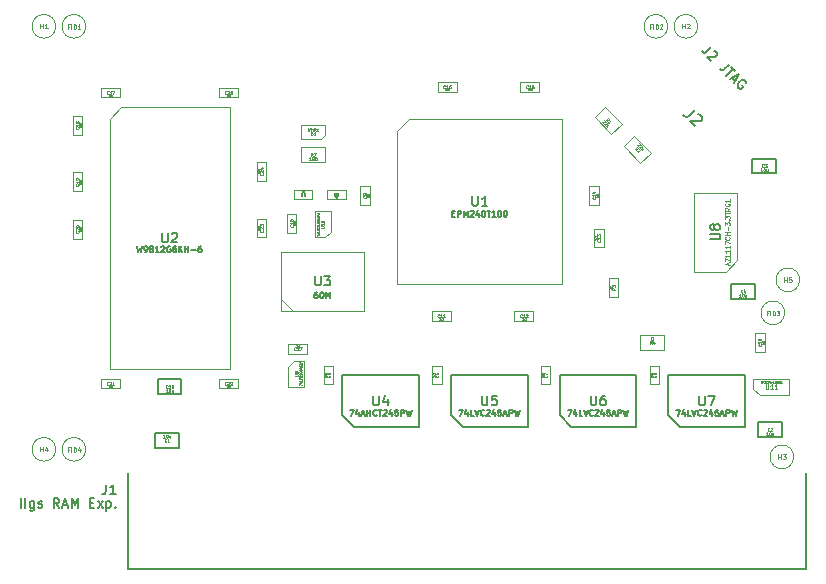
<source format=gbr>
G04 #@! TF.GenerationSoftware,KiCad,Pcbnew,(5.1.10-1-10_14)*
G04 #@! TF.CreationDate,2021-05-31T18:26:13-04:00*
G04 #@! TF.ProjectId,RAM2GS,52414d32-4753-42e6-9b69-6361645f7063,2.0*
G04 #@! TF.SameCoordinates,Original*
G04 #@! TF.FileFunction,Other,Fab,Top*
%FSLAX46Y46*%
G04 Gerber Fmt 4.6, Leading zero omitted, Abs format (unit mm)*
G04 Created by KiCad (PCBNEW (5.1.10-1-10_14)) date 2021-05-31 18:26:13*
%MOMM*%
%LPD*%
G01*
G04 APERTURE LIST*
%ADD10C,0.100000*%
%ADD11C,0.150000*%
%ADD12C,0.127000*%
%ADD13C,0.063500*%
%ADD14C,0.203200*%
%ADD15C,0.095250*%
%ADD16C,0.031750*%
%ADD17C,0.047625*%
G04 APERTURE END LIST*
D10*
X70300000Y-102050000D02*
X70300000Y-103250000D01*
X72300000Y-102050000D02*
X70300000Y-102050000D01*
X72300000Y-102950000D02*
X72300000Y-102050000D01*
X72000000Y-103250000D02*
X72300000Y-102950000D01*
X70300000Y-103250000D02*
X72000000Y-103250000D01*
X72300000Y-105225000D02*
X70300000Y-105225000D01*
X72300000Y-103975000D02*
X72300000Y-105225000D01*
X70300000Y-103975000D02*
X72300000Y-103975000D01*
X70300000Y-105225000D02*
X70300000Y-103975000D01*
X79400000Y-101550000D02*
X92400000Y-101550000D01*
X92400000Y-101550000D02*
X92400000Y-115550000D01*
X92400000Y-115550000D02*
X78400000Y-115550000D01*
X78400000Y-115550000D02*
X78400000Y-102550000D01*
X78400000Y-102550000D02*
X79400000Y-101550000D01*
X103537000Y-114500000D02*
X103537000Y-107800000D01*
X107237000Y-107800000D02*
X103537000Y-107800000D01*
X106237000Y-114500000D02*
X103537000Y-114500000D01*
X107237000Y-113500000D02*
X107237000Y-107800000D01*
X107237000Y-113500000D02*
X106237000Y-114500000D01*
X109150000Y-124950000D02*
X111600000Y-124950000D01*
X108580000Y-124400000D02*
X108580000Y-123550000D01*
X109150000Y-124950000D02*
X108580000Y-124400000D01*
X108580000Y-123550000D02*
X111620000Y-123550000D01*
X111620000Y-124950000D02*
X111620000Y-123550000D01*
X99000000Y-119875000D02*
X101000000Y-119875000D01*
X99000000Y-121125000D02*
X99000000Y-119875000D01*
X101000000Y-121125000D02*
X99000000Y-121125000D01*
X101000000Y-119875000D02*
X101000000Y-121125000D01*
X109550000Y-119700000D02*
X109550000Y-121300000D01*
X108750000Y-119700000D02*
X109550000Y-119700000D01*
X108750000Y-121300000D02*
X108750000Y-119700000D01*
X109550000Y-121300000D02*
X108750000Y-121300000D01*
X112506000Y-115189000D02*
G75*
G03*
X112506000Y-115189000I-1000000J0D01*
G01*
X111236000Y-117983000D02*
G75*
G03*
X111236000Y-117983000I-1000000J0D01*
G01*
X99800000Y-122450000D02*
X100600000Y-122450000D01*
X100600000Y-122450000D02*
X100600000Y-124050000D01*
X100600000Y-124050000D02*
X99800000Y-124050000D01*
X99800000Y-124050000D02*
X99800000Y-122450000D01*
D11*
X74775000Y-127650000D02*
X73775000Y-126650000D01*
X80275000Y-127650000D02*
X74775000Y-127650000D01*
X80275000Y-123250000D02*
X80275000Y-127650000D01*
X73775000Y-123250000D02*
X80275000Y-123250000D01*
X73775000Y-126650000D02*
X73775000Y-123250000D01*
D10*
X71430000Y-111600000D02*
X72280000Y-111600000D01*
X72780000Y-111100000D02*
X72780000Y-109400000D01*
X71430000Y-111600000D02*
X71430000Y-109400000D01*
X71430000Y-109400000D02*
X72780000Y-109400000D01*
X72280000Y-111600000D02*
X72780000Y-111100000D01*
X70570000Y-122050000D02*
X69720000Y-122050000D01*
X69220000Y-122550000D02*
X69220000Y-124250000D01*
X70570000Y-122050000D02*
X70570000Y-124250000D01*
X70570000Y-124250000D02*
X69220000Y-124250000D01*
X69720000Y-122050000D02*
X69220000Y-122550000D01*
D11*
X93175000Y-127650000D02*
X92175000Y-126650000D01*
X98675000Y-127650000D02*
X93175000Y-127650000D01*
X98675000Y-123250000D02*
X98675000Y-127650000D01*
X92175000Y-123250000D02*
X98675000Y-123250000D01*
X92175000Y-126650000D02*
X92175000Y-123250000D01*
X102375000Y-127650000D02*
X101375000Y-126650000D01*
X107875000Y-127650000D02*
X102375000Y-127650000D01*
X107875000Y-123250000D02*
X107875000Y-127650000D01*
X101375000Y-123250000D02*
X107875000Y-123250000D01*
X101375000Y-126650000D02*
X101375000Y-123250000D01*
X83975000Y-127650000D02*
X82975000Y-126650000D01*
X89475000Y-127650000D02*
X83975000Y-127650000D01*
X89475000Y-123250000D02*
X89475000Y-127650000D01*
X82975000Y-123250000D02*
X89475000Y-123250000D01*
X82975000Y-126650000D02*
X82975000Y-123250000D01*
D10*
X54950000Y-99750000D02*
X53350000Y-99750000D01*
X54950000Y-98950000D02*
X54950000Y-99750000D01*
X53350000Y-98950000D02*
X54950000Y-98950000D01*
X53350000Y-99750000D02*
X53350000Y-98950000D01*
D11*
X60150000Y-124875000D02*
X58150000Y-124875000D01*
X60150000Y-123625000D02*
X60150000Y-124875000D01*
X58150000Y-123625000D02*
X60150000Y-123625000D01*
X58150000Y-124875000D02*
X58150000Y-123625000D01*
D10*
X69200000Y-120650000D02*
X70800000Y-120650000D01*
X69200000Y-121450000D02*
X69200000Y-120650000D01*
X70800000Y-121450000D02*
X69200000Y-121450000D01*
X70800000Y-120650000D02*
X70800000Y-121450000D01*
X69900000Y-109600000D02*
X69900000Y-111200000D01*
X69100000Y-109600000D02*
X69900000Y-109600000D01*
X69100000Y-111200000D02*
X69100000Y-109600000D01*
X69900000Y-111200000D02*
X69100000Y-111200000D01*
D12*
X113030000Y-131572000D02*
X113030000Y-139700000D01*
X113030000Y-139700000D02*
X55626000Y-139700000D01*
X55626000Y-139700000D02*
X55626000Y-131572000D01*
D10*
X55070000Y-100540000D02*
X64230000Y-100540000D01*
X64230000Y-100540000D02*
X64230000Y-122760000D01*
X64230000Y-122760000D02*
X54070000Y-122760000D01*
X54070000Y-122760000D02*
X54070000Y-101540000D01*
X55070000Y-100540000D02*
X54070000Y-101540000D01*
D11*
X108700000Y-116775000D02*
X106700000Y-116775000D01*
X108700000Y-115525000D02*
X108700000Y-116775000D01*
X106700000Y-115525000D02*
X108700000Y-115525000D01*
X106700000Y-116775000D02*
X106700000Y-115525000D01*
X110500000Y-106175000D02*
X108500000Y-106175000D01*
X110500000Y-104925000D02*
X110500000Y-106175000D01*
X108500000Y-104925000D02*
X110500000Y-104925000D01*
X108500000Y-106175000D02*
X108500000Y-104925000D01*
X110982000Y-128514000D02*
X108982000Y-128514000D01*
X110982000Y-127264000D02*
X110982000Y-128514000D01*
X108982000Y-127264000D02*
X110982000Y-127264000D01*
X108982000Y-128514000D02*
X108982000Y-127264000D01*
X57928000Y-128153000D02*
X59928000Y-128153000D01*
X57928000Y-129403000D02*
X57928000Y-128153000D01*
X59928000Y-129403000D02*
X57928000Y-129403000D01*
X59928000Y-128153000D02*
X59928000Y-129403000D01*
D10*
X72200000Y-124050000D02*
X72200000Y-122450000D01*
X73000000Y-124050000D02*
X72200000Y-124050000D01*
X73000000Y-122450000D02*
X73000000Y-124050000D01*
X72200000Y-122450000D02*
X73000000Y-122450000D01*
X95500000Y-107250000D02*
X95500000Y-108850000D01*
X94700000Y-107250000D02*
X95500000Y-107250000D01*
X94700000Y-108850000D02*
X94700000Y-107250000D01*
X95500000Y-108850000D02*
X94700000Y-108850000D01*
X64950000Y-124350000D02*
X63350000Y-124350000D01*
X64950000Y-123550000D02*
X64950000Y-124350000D01*
X63350000Y-123550000D02*
X64950000Y-123550000D01*
X63350000Y-124350000D02*
X63350000Y-123550000D01*
X51750000Y-101300000D02*
X51750000Y-102900000D01*
X50950000Y-101300000D02*
X51750000Y-101300000D01*
X50950000Y-102900000D02*
X50950000Y-101300000D01*
X51750000Y-102900000D02*
X50950000Y-102900000D01*
X90450000Y-99250000D02*
X88850000Y-99250000D01*
X90450000Y-98450000D02*
X90450000Y-99250000D01*
X88850000Y-98450000D02*
X90450000Y-98450000D01*
X88850000Y-99250000D02*
X88850000Y-98450000D01*
X95100000Y-112450000D02*
X95100000Y-110850000D01*
X95900000Y-112450000D02*
X95100000Y-112450000D01*
X95900000Y-110850000D02*
X95900000Y-112450000D01*
X95100000Y-110850000D02*
X95900000Y-110850000D01*
X83450000Y-99250000D02*
X81850000Y-99250000D01*
X83450000Y-98450000D02*
X83450000Y-99250000D01*
X81850000Y-98450000D02*
X83450000Y-98450000D01*
X81850000Y-99250000D02*
X81850000Y-98450000D01*
X64950000Y-99750000D02*
X63350000Y-99750000D01*
X64950000Y-98950000D02*
X64950000Y-99750000D01*
X63350000Y-98950000D02*
X64950000Y-98950000D01*
X63350000Y-99750000D02*
X63350000Y-98950000D01*
X54950000Y-124350000D02*
X53350000Y-124350000D01*
X54950000Y-123550000D02*
X54950000Y-124350000D01*
X53350000Y-123550000D02*
X54950000Y-123550000D01*
X53350000Y-124350000D02*
X53350000Y-123550000D01*
X66550000Y-111600000D02*
X66550000Y-110000000D01*
X67350000Y-111600000D02*
X66550000Y-111600000D01*
X67350000Y-110000000D02*
X67350000Y-111600000D01*
X66550000Y-110000000D02*
X67350000Y-110000000D01*
X51750000Y-106100000D02*
X51750000Y-107700000D01*
X50950000Y-106100000D02*
X51750000Y-106100000D01*
X50950000Y-107700000D02*
X50950000Y-106100000D01*
X51750000Y-107700000D02*
X50950000Y-107700000D01*
X89950000Y-118650000D02*
X88350000Y-118650000D01*
X89950000Y-117850000D02*
X89950000Y-118650000D01*
X88350000Y-117850000D02*
X89950000Y-117850000D01*
X88350000Y-118650000D02*
X88350000Y-117850000D01*
X82950000Y-118650000D02*
X81350000Y-118650000D01*
X82950000Y-117850000D02*
X82950000Y-118650000D01*
X81350000Y-117850000D02*
X82950000Y-117850000D01*
X81350000Y-118650000D02*
X81350000Y-117850000D01*
X76100000Y-107250000D02*
X76100000Y-108850000D01*
X75300000Y-107250000D02*
X76100000Y-107250000D01*
X75300000Y-108850000D02*
X75300000Y-107250000D01*
X76100000Y-108850000D02*
X75300000Y-108850000D01*
X51750000Y-110100000D02*
X51750000Y-111700000D01*
X50950000Y-110100000D02*
X51750000Y-110100000D01*
X50950000Y-111700000D02*
X50950000Y-110100000D01*
X51750000Y-111700000D02*
X50950000Y-111700000D01*
X66550000Y-106800000D02*
X66550000Y-105200000D01*
X67350000Y-106800000D02*
X66550000Y-106800000D01*
X67350000Y-105200000D02*
X67350000Y-106800000D01*
X66550000Y-105200000D02*
X67350000Y-105200000D01*
X81400000Y-124050000D02*
X81400000Y-122450000D01*
X82200000Y-124050000D02*
X81400000Y-124050000D01*
X82200000Y-122450000D02*
X82200000Y-124050000D01*
X81400000Y-122450000D02*
X82200000Y-122450000D01*
X90600000Y-124050000D02*
X90600000Y-122450000D01*
X91400000Y-124050000D02*
X90600000Y-124050000D01*
X91400000Y-122450000D02*
X91400000Y-124050000D01*
X90600000Y-122450000D02*
X91400000Y-122450000D01*
X52054000Y-93726000D02*
G75*
G03*
X52054000Y-93726000I-1000000J0D01*
G01*
X52054000Y-129540000D02*
G75*
G03*
X52054000Y-129540000I-1000000J0D01*
G01*
X101330000Y-93726000D02*
G75*
G03*
X101330000Y-93726000I-1000000J0D01*
G01*
X111998000Y-130175000D02*
G75*
G03*
X111998000Y-130175000I-1000000J0D01*
G01*
X96565165Y-102849049D02*
X95150951Y-101434835D01*
X97449049Y-101965165D02*
X96565165Y-102849049D01*
X96034835Y-100550951D02*
X97449049Y-101965165D01*
X95150951Y-101434835D02*
X96034835Y-100550951D01*
X98484835Y-103000951D02*
X99899049Y-104415165D01*
X97600951Y-103884835D02*
X98484835Y-103000951D01*
X99015165Y-105299049D02*
X97600951Y-103884835D01*
X99899049Y-104415165D02*
X99015165Y-105299049D01*
X49514000Y-93726000D02*
G75*
G03*
X49514000Y-93726000I-1000000J0D01*
G01*
X103870000Y-93726000D02*
G75*
G03*
X103870000Y-93726000I-1000000J0D01*
G01*
X49514000Y-129540000D02*
G75*
G03*
X49514000Y-129540000I-1000000J0D01*
G01*
X68600000Y-116800000D02*
X69600000Y-117800000D01*
X68600000Y-117800000D02*
X68600000Y-112800000D01*
X75600000Y-117800000D02*
X68600000Y-117800000D01*
X75600000Y-112800000D02*
X75600000Y-117800000D01*
X68600000Y-112800000D02*
X75600000Y-112800000D01*
X69650000Y-107550000D02*
X71250000Y-107550000D01*
X69650000Y-108350000D02*
X69650000Y-107550000D01*
X71250000Y-108350000D02*
X69650000Y-108350000D01*
X71250000Y-107550000D02*
X71250000Y-108350000D01*
X72450000Y-108350000D02*
X72450000Y-107550000D01*
X72450000Y-107550000D02*
X74050000Y-107550000D01*
X74050000Y-107550000D02*
X74050000Y-108350000D01*
X74050000Y-108350000D02*
X72450000Y-108350000D01*
X96350000Y-116650000D02*
X96350000Y-115050000D01*
X97150000Y-116650000D02*
X96350000Y-116650000D01*
X97150000Y-115050000D02*
X97150000Y-116650000D01*
X96350000Y-115050000D02*
X97150000Y-115050000D01*
D13*
X71112523Y-102964904D02*
X71112523Y-102710904D01*
X71173000Y-102710904D01*
X71209285Y-102723000D01*
X71233476Y-102747190D01*
X71245571Y-102771380D01*
X71257666Y-102819761D01*
X71257666Y-102856047D01*
X71245571Y-102904428D01*
X71233476Y-102928619D01*
X71209285Y-102952809D01*
X71173000Y-102964904D01*
X71112523Y-102964904D01*
X71499571Y-102964904D02*
X71354428Y-102964904D01*
X71427000Y-102964904D02*
X71427000Y-102710904D01*
X71402809Y-102747190D01*
X71378619Y-102771380D01*
X71354428Y-102783476D01*
X70834333Y-102310904D02*
X70894809Y-102564904D01*
X70943190Y-102383476D01*
X70991571Y-102564904D01*
X71052047Y-102310904D01*
X71148809Y-102564904D02*
X71148809Y-102310904D01*
X71257666Y-102564904D02*
X71257666Y-102431857D01*
X71245571Y-102407666D01*
X71221380Y-102395571D01*
X71185095Y-102395571D01*
X71160904Y-102407666D01*
X71148809Y-102419761D01*
X71378619Y-102564904D02*
X71378619Y-102395571D01*
X71378619Y-102310904D02*
X71366523Y-102323000D01*
X71378619Y-102335095D01*
X71390714Y-102323000D01*
X71378619Y-102310904D01*
X71378619Y-102335095D01*
X71463285Y-102395571D02*
X71560047Y-102395571D01*
X71499571Y-102310904D02*
X71499571Y-102528619D01*
X71511666Y-102552809D01*
X71535857Y-102564904D01*
X71560047Y-102564904D01*
X71741476Y-102552809D02*
X71717285Y-102564904D01*
X71668904Y-102564904D01*
X71644714Y-102552809D01*
X71632619Y-102528619D01*
X71632619Y-102431857D01*
X71644714Y-102407666D01*
X71668904Y-102395571D01*
X71717285Y-102395571D01*
X71741476Y-102407666D01*
X71753571Y-102431857D01*
X71753571Y-102456047D01*
X71632619Y-102480238D01*
X71257666Y-104714904D02*
X71173000Y-104593952D01*
X71112523Y-104714904D02*
X71112523Y-104460904D01*
X71209285Y-104460904D01*
X71233476Y-104473000D01*
X71245571Y-104485095D01*
X71257666Y-104509285D01*
X71257666Y-104545571D01*
X71245571Y-104569761D01*
X71233476Y-104581857D01*
X71209285Y-104593952D01*
X71112523Y-104593952D01*
X71342333Y-104460904D02*
X71511666Y-104460904D01*
X71402809Y-104714904D01*
X71130666Y-105064904D02*
X70985523Y-105064904D01*
X71058095Y-105064904D02*
X71058095Y-104810904D01*
X71033904Y-104847190D01*
X71009714Y-104871380D01*
X70985523Y-104883476D01*
X71275809Y-104919761D02*
X71251619Y-104907666D01*
X71239523Y-104895571D01*
X71227428Y-104871380D01*
X71227428Y-104859285D01*
X71239523Y-104835095D01*
X71251619Y-104823000D01*
X71275809Y-104810904D01*
X71324190Y-104810904D01*
X71348380Y-104823000D01*
X71360476Y-104835095D01*
X71372571Y-104859285D01*
X71372571Y-104871380D01*
X71360476Y-104895571D01*
X71348380Y-104907666D01*
X71324190Y-104919761D01*
X71275809Y-104919761D01*
X71251619Y-104931857D01*
X71239523Y-104943952D01*
X71227428Y-104968142D01*
X71227428Y-105016523D01*
X71239523Y-105040714D01*
X71251619Y-105052809D01*
X71275809Y-105064904D01*
X71324190Y-105064904D01*
X71348380Y-105052809D01*
X71360476Y-105040714D01*
X71372571Y-105016523D01*
X71372571Y-104968142D01*
X71360476Y-104943952D01*
X71348380Y-104931857D01*
X71324190Y-104919761D01*
X71529809Y-104810904D02*
X71554000Y-104810904D01*
X71578190Y-104823000D01*
X71590285Y-104835095D01*
X71602380Y-104859285D01*
X71614476Y-104907666D01*
X71614476Y-104968142D01*
X71602380Y-105016523D01*
X71590285Y-105040714D01*
X71578190Y-105052809D01*
X71554000Y-105064904D01*
X71529809Y-105064904D01*
X71505619Y-105052809D01*
X71493523Y-105040714D01*
X71481428Y-105016523D01*
X71469333Y-104968142D01*
X71469333Y-104907666D01*
X71481428Y-104859285D01*
X71493523Y-104835095D01*
X71505619Y-104823000D01*
X71529809Y-104810904D01*
D14*
X84780723Y-108104895D02*
X84780723Y-108762876D01*
X84819428Y-108840285D01*
X84858133Y-108878990D01*
X84935542Y-108917695D01*
X85090361Y-108917695D01*
X85167771Y-108878990D01*
X85206476Y-108840285D01*
X85245180Y-108762876D01*
X85245180Y-108104895D01*
X86057980Y-108917695D02*
X85593523Y-108917695D01*
X85825752Y-108917695D02*
X85825752Y-108104895D01*
X85748342Y-108221009D01*
X85670933Y-108298419D01*
X85593523Y-108337123D01*
D12*
X83101904Y-109563714D02*
X83271238Y-109563714D01*
X83343809Y-109829809D02*
X83101904Y-109829809D01*
X83101904Y-109321809D01*
X83343809Y-109321809D01*
X83561523Y-109829809D02*
X83561523Y-109321809D01*
X83755047Y-109321809D01*
X83803428Y-109346000D01*
X83827619Y-109370190D01*
X83851809Y-109418571D01*
X83851809Y-109491142D01*
X83827619Y-109539523D01*
X83803428Y-109563714D01*
X83755047Y-109587904D01*
X83561523Y-109587904D01*
X84069523Y-109829809D02*
X84069523Y-109321809D01*
X84238857Y-109684666D01*
X84408190Y-109321809D01*
X84408190Y-109829809D01*
X84625904Y-109370190D02*
X84650095Y-109346000D01*
X84698476Y-109321809D01*
X84819428Y-109321809D01*
X84867809Y-109346000D01*
X84892000Y-109370190D01*
X84916190Y-109418571D01*
X84916190Y-109466952D01*
X84892000Y-109539523D01*
X84601714Y-109829809D01*
X84916190Y-109829809D01*
X85351619Y-109491142D02*
X85351619Y-109829809D01*
X85230666Y-109297619D02*
X85109714Y-109660476D01*
X85424190Y-109660476D01*
X85714476Y-109321809D02*
X85762857Y-109321809D01*
X85811238Y-109346000D01*
X85835428Y-109370190D01*
X85859619Y-109418571D01*
X85883809Y-109515333D01*
X85883809Y-109636285D01*
X85859619Y-109733047D01*
X85835428Y-109781428D01*
X85811238Y-109805619D01*
X85762857Y-109829809D01*
X85714476Y-109829809D01*
X85666095Y-109805619D01*
X85641904Y-109781428D01*
X85617714Y-109733047D01*
X85593523Y-109636285D01*
X85593523Y-109515333D01*
X85617714Y-109418571D01*
X85641904Y-109370190D01*
X85666095Y-109346000D01*
X85714476Y-109321809D01*
X86028952Y-109321809D02*
X86319238Y-109321809D01*
X86174095Y-109829809D02*
X86174095Y-109321809D01*
X86754666Y-109829809D02*
X86464380Y-109829809D01*
X86609523Y-109829809D02*
X86609523Y-109321809D01*
X86561142Y-109394380D01*
X86512761Y-109442761D01*
X86464380Y-109466952D01*
X87069142Y-109321809D02*
X87117523Y-109321809D01*
X87165904Y-109346000D01*
X87190095Y-109370190D01*
X87214285Y-109418571D01*
X87238476Y-109515333D01*
X87238476Y-109636285D01*
X87214285Y-109733047D01*
X87190095Y-109781428D01*
X87165904Y-109805619D01*
X87117523Y-109829809D01*
X87069142Y-109829809D01*
X87020761Y-109805619D01*
X86996571Y-109781428D01*
X86972380Y-109733047D01*
X86948190Y-109636285D01*
X86948190Y-109515333D01*
X86972380Y-109418571D01*
X86996571Y-109370190D01*
X87020761Y-109346000D01*
X87069142Y-109321809D01*
X87552952Y-109321809D02*
X87601333Y-109321809D01*
X87649714Y-109346000D01*
X87673904Y-109370190D01*
X87698095Y-109418571D01*
X87722285Y-109515333D01*
X87722285Y-109636285D01*
X87698095Y-109733047D01*
X87673904Y-109781428D01*
X87649714Y-109805619D01*
X87601333Y-109829809D01*
X87552952Y-109829809D01*
X87504571Y-109805619D01*
X87480380Y-109781428D01*
X87456190Y-109733047D01*
X87432000Y-109636285D01*
X87432000Y-109515333D01*
X87456190Y-109418571D01*
X87480380Y-109370190D01*
X87504571Y-109346000D01*
X87552952Y-109321809D01*
D15*
X106466500Y-113934928D02*
X106466500Y-113753500D01*
X106575357Y-113971214D02*
X106194357Y-113844214D01*
X106575357Y-113717214D01*
X106194357Y-113626500D02*
X106194357Y-113372500D01*
X106575357Y-113626500D01*
X106575357Y-113372500D01*
X106575357Y-113027785D02*
X106575357Y-113245500D01*
X106575357Y-113136642D02*
X106194357Y-113136642D01*
X106248785Y-113172928D01*
X106285071Y-113209214D01*
X106303214Y-113245500D01*
X106575357Y-112664928D02*
X106575357Y-112882642D01*
X106575357Y-112773785D02*
X106194357Y-112773785D01*
X106248785Y-112810071D01*
X106285071Y-112846357D01*
X106303214Y-112882642D01*
X106575357Y-112302071D02*
X106575357Y-112519785D01*
X106575357Y-112410928D02*
X106194357Y-112410928D01*
X106248785Y-112447214D01*
X106285071Y-112483500D01*
X106303214Y-112519785D01*
X106194357Y-112175071D02*
X106194357Y-111921071D01*
X106575357Y-112084357D01*
X106539071Y-111558214D02*
X106557214Y-111576357D01*
X106575357Y-111630785D01*
X106575357Y-111667071D01*
X106557214Y-111721500D01*
X106520928Y-111757785D01*
X106484642Y-111775928D01*
X106412071Y-111794071D01*
X106357642Y-111794071D01*
X106285071Y-111775928D01*
X106248785Y-111757785D01*
X106212500Y-111721500D01*
X106194357Y-111667071D01*
X106194357Y-111630785D01*
X106212500Y-111576357D01*
X106230642Y-111558214D01*
X106575357Y-111394928D02*
X106194357Y-111394928D01*
X106375785Y-111394928D02*
X106375785Y-111177214D01*
X106575357Y-111177214D02*
X106194357Y-111177214D01*
X106430214Y-110995785D02*
X106430214Y-110705500D01*
X106194357Y-110560357D02*
X106194357Y-110324500D01*
X106339500Y-110451500D01*
X106339500Y-110397071D01*
X106357642Y-110360785D01*
X106375785Y-110342642D01*
X106412071Y-110324500D01*
X106502785Y-110324500D01*
X106539071Y-110342642D01*
X106557214Y-110360785D01*
X106575357Y-110397071D01*
X106575357Y-110505928D01*
X106557214Y-110542214D01*
X106539071Y-110560357D01*
X106539071Y-110161214D02*
X106557214Y-110143071D01*
X106575357Y-110161214D01*
X106557214Y-110179357D01*
X106539071Y-110161214D01*
X106575357Y-110161214D01*
X106194357Y-110016071D02*
X106194357Y-109780214D01*
X106339500Y-109907214D01*
X106339500Y-109852785D01*
X106357642Y-109816500D01*
X106375785Y-109798357D01*
X106412071Y-109780214D01*
X106502785Y-109780214D01*
X106539071Y-109798357D01*
X106557214Y-109816500D01*
X106575357Y-109852785D01*
X106575357Y-109961642D01*
X106557214Y-109997928D01*
X106539071Y-110016071D01*
X106194357Y-109671357D02*
X106194357Y-109453642D01*
X106575357Y-109562500D02*
X106194357Y-109562500D01*
X106575357Y-109108928D02*
X106393928Y-109235928D01*
X106575357Y-109326642D02*
X106194357Y-109326642D01*
X106194357Y-109181500D01*
X106212500Y-109145214D01*
X106230642Y-109127071D01*
X106266928Y-109108928D01*
X106321357Y-109108928D01*
X106357642Y-109127071D01*
X106375785Y-109145214D01*
X106393928Y-109181500D01*
X106393928Y-109326642D01*
X106212500Y-108746071D02*
X106194357Y-108782357D01*
X106194357Y-108836785D01*
X106212500Y-108891214D01*
X106248785Y-108927500D01*
X106285071Y-108945642D01*
X106357642Y-108963785D01*
X106412071Y-108963785D01*
X106484642Y-108945642D01*
X106520928Y-108927500D01*
X106557214Y-108891214D01*
X106575357Y-108836785D01*
X106575357Y-108800500D01*
X106557214Y-108746071D01*
X106539071Y-108727928D01*
X106412071Y-108727928D01*
X106412071Y-108800500D01*
X106575357Y-108365071D02*
X106575357Y-108582785D01*
X106575357Y-108473928D02*
X106194357Y-108473928D01*
X106248785Y-108510214D01*
X106285071Y-108546500D01*
X106303214Y-108582785D01*
D14*
X104941895Y-111769276D02*
X105599876Y-111769276D01*
X105677285Y-111730571D01*
X105715990Y-111691866D01*
X105754695Y-111614457D01*
X105754695Y-111459638D01*
X105715990Y-111382228D01*
X105677285Y-111343523D01*
X105599876Y-111304819D01*
X104941895Y-111304819D01*
X105290238Y-110801657D02*
X105251533Y-110879066D01*
X105212828Y-110917771D01*
X105135419Y-110956476D01*
X105096714Y-110956476D01*
X105019304Y-110917771D01*
X104980600Y-110879066D01*
X104941895Y-110801657D01*
X104941895Y-110646838D01*
X104980600Y-110569428D01*
X105019304Y-110530723D01*
X105096714Y-110492019D01*
X105135419Y-110492019D01*
X105212828Y-110530723D01*
X105251533Y-110569428D01*
X105290238Y-110646838D01*
X105290238Y-110801657D01*
X105328942Y-110879066D01*
X105367647Y-110917771D01*
X105445057Y-110956476D01*
X105599876Y-110956476D01*
X105677285Y-110917771D01*
X105715990Y-110879066D01*
X105754695Y-110801657D01*
X105754695Y-110646838D01*
X105715990Y-110569428D01*
X105677285Y-110530723D01*
X105599876Y-110492019D01*
X105445057Y-110492019D01*
X105367647Y-110530723D01*
X105328942Y-110569428D01*
X105290238Y-110646838D01*
D15*
X109628285Y-124041357D02*
X109628285Y-124349785D01*
X109646428Y-124386071D01*
X109664571Y-124404214D01*
X109700857Y-124422357D01*
X109773428Y-124422357D01*
X109809714Y-124404214D01*
X109827857Y-124386071D01*
X109846000Y-124349785D01*
X109846000Y-124041357D01*
X110227000Y-124422357D02*
X110009285Y-124422357D01*
X110118142Y-124422357D02*
X110118142Y-124041357D01*
X110081857Y-124095785D01*
X110045571Y-124132071D01*
X110009285Y-124150214D01*
X110589857Y-124422357D02*
X110372142Y-124422357D01*
X110481000Y-124422357D02*
X110481000Y-124041357D01*
X110444714Y-124095785D01*
X110408428Y-124132071D01*
X110372142Y-124150214D01*
D16*
X109235190Y-123871166D02*
X109295666Y-123871166D01*
X109223095Y-123907452D02*
X109265428Y-123780452D01*
X109307761Y-123907452D01*
X109350095Y-123907452D02*
X109350095Y-123780452D01*
X109398476Y-123780452D01*
X109410571Y-123786500D01*
X109416619Y-123792547D01*
X109422666Y-123804642D01*
X109422666Y-123822785D01*
X109416619Y-123834880D01*
X109410571Y-123840928D01*
X109398476Y-123846976D01*
X109350095Y-123846976D01*
X109471047Y-123792547D02*
X109477095Y-123786500D01*
X109489190Y-123780452D01*
X109519428Y-123780452D01*
X109531523Y-123786500D01*
X109537571Y-123792547D01*
X109543619Y-123804642D01*
X109543619Y-123816738D01*
X109537571Y-123834880D01*
X109465000Y-123907452D01*
X109543619Y-123907452D01*
X109664571Y-123907452D02*
X109592000Y-123907452D01*
X109628285Y-123907452D02*
X109628285Y-123780452D01*
X109616190Y-123798595D01*
X109604095Y-123810690D01*
X109592000Y-123816738D01*
X109712952Y-123792547D02*
X109719000Y-123786500D01*
X109731095Y-123780452D01*
X109761333Y-123780452D01*
X109773428Y-123786500D01*
X109779476Y-123792547D01*
X109785523Y-123804642D01*
X109785523Y-123816738D01*
X109779476Y-123834880D01*
X109706904Y-123907452D01*
X109785523Y-123907452D01*
X109827857Y-123780452D02*
X109912523Y-123780452D01*
X109858095Y-123907452D01*
X109960904Y-123907452D02*
X109960904Y-123780452D01*
X110033476Y-123907452D02*
X109979047Y-123834880D01*
X110033476Y-123780452D02*
X109960904Y-123853023D01*
X110087904Y-123859071D02*
X110184666Y-123859071D01*
X110311666Y-123907452D02*
X110239095Y-123907452D01*
X110275380Y-123907452D02*
X110275380Y-123780452D01*
X110263285Y-123798595D01*
X110251190Y-123810690D01*
X110239095Y-123816738D01*
X110366095Y-123895357D02*
X110372142Y-123901404D01*
X110366095Y-123907452D01*
X110360047Y-123901404D01*
X110366095Y-123895357D01*
X110366095Y-123907452D01*
X110444714Y-123834880D02*
X110432619Y-123828833D01*
X110426571Y-123822785D01*
X110420523Y-123810690D01*
X110420523Y-123804642D01*
X110426571Y-123792547D01*
X110432619Y-123786500D01*
X110444714Y-123780452D01*
X110468904Y-123780452D01*
X110481000Y-123786500D01*
X110487047Y-123792547D01*
X110493095Y-123804642D01*
X110493095Y-123810690D01*
X110487047Y-123822785D01*
X110481000Y-123828833D01*
X110468904Y-123834880D01*
X110444714Y-123834880D01*
X110432619Y-123840928D01*
X110426571Y-123846976D01*
X110420523Y-123859071D01*
X110420523Y-123883261D01*
X110426571Y-123895357D01*
X110432619Y-123901404D01*
X110444714Y-123907452D01*
X110468904Y-123907452D01*
X110481000Y-123901404D01*
X110487047Y-123895357D01*
X110493095Y-123883261D01*
X110493095Y-123859071D01*
X110487047Y-123846976D01*
X110481000Y-123840928D01*
X110468904Y-123834880D01*
X110529380Y-123780452D02*
X110601952Y-123780452D01*
X110565666Y-123907452D02*
X110565666Y-123780452D01*
X110716857Y-123907452D02*
X110674523Y-123846976D01*
X110644285Y-123907452D02*
X110644285Y-123780452D01*
X110692666Y-123780452D01*
X110704761Y-123786500D01*
X110710809Y-123792547D01*
X110716857Y-123804642D01*
X110716857Y-123822785D01*
X110710809Y-123834880D01*
X110704761Y-123840928D01*
X110692666Y-123846976D01*
X110644285Y-123846976D01*
X110837809Y-123786500D02*
X110825714Y-123780452D01*
X110807571Y-123780452D01*
X110789428Y-123786500D01*
X110777333Y-123798595D01*
X110771285Y-123810690D01*
X110765238Y-123834880D01*
X110765238Y-123853023D01*
X110771285Y-123877214D01*
X110777333Y-123889309D01*
X110789428Y-123901404D01*
X110807571Y-123907452D01*
X110819666Y-123907452D01*
X110837809Y-123901404D01*
X110843857Y-123895357D01*
X110843857Y-123853023D01*
X110819666Y-123853023D01*
X110964809Y-123907452D02*
X110892238Y-123907452D01*
X110928523Y-123907452D02*
X110928523Y-123780452D01*
X110916428Y-123798595D01*
X110904333Y-123810690D01*
X110892238Y-123816738D01*
D13*
X99957666Y-120614904D02*
X99873000Y-120493952D01*
X99812523Y-120614904D02*
X99812523Y-120360904D01*
X99909285Y-120360904D01*
X99933476Y-120373000D01*
X99945571Y-120385095D01*
X99957666Y-120409285D01*
X99957666Y-120445571D01*
X99945571Y-120469761D01*
X99933476Y-120481857D01*
X99909285Y-120493952D01*
X99812523Y-120493952D01*
X100175380Y-120445571D02*
X100175380Y-120614904D01*
X100114904Y-120348809D02*
X100054428Y-120530238D01*
X100211666Y-120530238D01*
X99987904Y-120010904D02*
X100012095Y-120010904D01*
X100036285Y-120023000D01*
X100048380Y-120035095D01*
X100060476Y-120059285D01*
X100072571Y-120107666D01*
X100072571Y-120168142D01*
X100060476Y-120216523D01*
X100048380Y-120240714D01*
X100036285Y-120252809D01*
X100012095Y-120264904D01*
X99987904Y-120264904D01*
X99963714Y-120252809D01*
X99951619Y-120240714D01*
X99939523Y-120216523D01*
X99927428Y-120168142D01*
X99927428Y-120107666D01*
X99939523Y-120059285D01*
X99951619Y-120035095D01*
X99963714Y-120023000D01*
X99987904Y-120010904D01*
X109240714Y-120663285D02*
X109252809Y-120675380D01*
X109264904Y-120711666D01*
X109264904Y-120735857D01*
X109252809Y-120772142D01*
X109228619Y-120796333D01*
X109204428Y-120808428D01*
X109156047Y-120820523D01*
X109119761Y-120820523D01*
X109071380Y-120808428D01*
X109047190Y-120796333D01*
X109023000Y-120772142D01*
X109010904Y-120735857D01*
X109010904Y-120711666D01*
X109023000Y-120675380D01*
X109035095Y-120663285D01*
X109035095Y-120566523D02*
X109023000Y-120554428D01*
X109010904Y-120530238D01*
X109010904Y-120469761D01*
X109023000Y-120445571D01*
X109035095Y-120433476D01*
X109059285Y-120421380D01*
X109083476Y-120421380D01*
X109119761Y-120433476D01*
X109264904Y-120578619D01*
X109264904Y-120421380D01*
X109119761Y-120276238D02*
X109107666Y-120300428D01*
X109095571Y-120312523D01*
X109071380Y-120324619D01*
X109059285Y-120324619D01*
X109035095Y-120312523D01*
X109023000Y-120300428D01*
X109010904Y-120276238D01*
X109010904Y-120227857D01*
X109023000Y-120203666D01*
X109035095Y-120191571D01*
X109059285Y-120179476D01*
X109071380Y-120179476D01*
X109095571Y-120191571D01*
X109107666Y-120203666D01*
X109119761Y-120227857D01*
X109119761Y-120276238D01*
X109131857Y-120300428D01*
X109143952Y-120312523D01*
X109168142Y-120324619D01*
X109216523Y-120324619D01*
X109240714Y-120312523D01*
X109252809Y-120300428D01*
X109264904Y-120276238D01*
X109264904Y-120227857D01*
X109252809Y-120203666D01*
X109240714Y-120191571D01*
X109216523Y-120179476D01*
X109168142Y-120179476D01*
X109143952Y-120191571D01*
X109131857Y-120203666D01*
X109119761Y-120227857D01*
D16*
X109342547Y-120654214D02*
X109336500Y-120648166D01*
X109330452Y-120636071D01*
X109330452Y-120605833D01*
X109336500Y-120593738D01*
X109342547Y-120587690D01*
X109354642Y-120581642D01*
X109366738Y-120581642D01*
X109384880Y-120587690D01*
X109457452Y-120660261D01*
X109457452Y-120581642D01*
X109372785Y-120472785D02*
X109457452Y-120472785D01*
X109372785Y-120527214D02*
X109439309Y-120527214D01*
X109451404Y-120521166D01*
X109457452Y-120509071D01*
X109457452Y-120490928D01*
X109451404Y-120478833D01*
X109445357Y-120472785D01*
X109342547Y-120418357D02*
X109336500Y-120412309D01*
X109330452Y-120400214D01*
X109330452Y-120369976D01*
X109336500Y-120357880D01*
X109342547Y-120351833D01*
X109354642Y-120345785D01*
X109366738Y-120345785D01*
X109384880Y-120351833D01*
X109457452Y-120424404D01*
X109457452Y-120345785D01*
D10*
X111201238Y-115369952D02*
X111201238Y-114969952D01*
X111201238Y-115160428D02*
X111429809Y-115160428D01*
X111429809Y-115369952D02*
X111429809Y-114969952D01*
X111810761Y-114969952D02*
X111620285Y-114969952D01*
X111601238Y-115160428D01*
X111620285Y-115141380D01*
X111658380Y-115122333D01*
X111753619Y-115122333D01*
X111791714Y-115141380D01*
X111810761Y-115160428D01*
X111829809Y-115198523D01*
X111829809Y-115293761D01*
X111810761Y-115331857D01*
X111791714Y-115350904D01*
X111753619Y-115369952D01*
X111658380Y-115369952D01*
X111620285Y-115350904D01*
X111601238Y-115331857D01*
D15*
X109827785Y-118005785D02*
X109700785Y-118005785D01*
X109700785Y-118205357D02*
X109700785Y-117824357D01*
X109882214Y-117824357D01*
X110027357Y-118205357D02*
X110027357Y-117824357D01*
X110208785Y-118205357D02*
X110208785Y-117824357D01*
X110299500Y-117824357D01*
X110353928Y-117842500D01*
X110390214Y-117878785D01*
X110408357Y-117915071D01*
X110426500Y-117987642D01*
X110426500Y-118042071D01*
X110408357Y-118114642D01*
X110390214Y-118150928D01*
X110353928Y-118187214D01*
X110299500Y-118205357D01*
X110208785Y-118205357D01*
X110553500Y-117824357D02*
X110789357Y-117824357D01*
X110662357Y-117969500D01*
X110716785Y-117969500D01*
X110753071Y-117987642D01*
X110771214Y-118005785D01*
X110789357Y-118042071D01*
X110789357Y-118132785D01*
X110771214Y-118169071D01*
X110753071Y-118187214D01*
X110716785Y-118205357D01*
X110607928Y-118205357D01*
X110571642Y-118187214D01*
X110553500Y-118169071D01*
D13*
X100290714Y-123292333D02*
X100302809Y-123304428D01*
X100314904Y-123340714D01*
X100314904Y-123364904D01*
X100302809Y-123401190D01*
X100278619Y-123425380D01*
X100254428Y-123437476D01*
X100206047Y-123449571D01*
X100169761Y-123449571D01*
X100121380Y-123437476D01*
X100097190Y-123425380D01*
X100073000Y-123401190D01*
X100060904Y-123364904D01*
X100060904Y-123340714D01*
X100073000Y-123304428D01*
X100085095Y-123292333D01*
X100169761Y-123147190D02*
X100157666Y-123171380D01*
X100145571Y-123183476D01*
X100121380Y-123195571D01*
X100109285Y-123195571D01*
X100085095Y-123183476D01*
X100073000Y-123171380D01*
X100060904Y-123147190D01*
X100060904Y-123098809D01*
X100073000Y-123074619D01*
X100085095Y-123062523D01*
X100109285Y-123050428D01*
X100121380Y-123050428D01*
X100145571Y-123062523D01*
X100157666Y-123074619D01*
X100169761Y-123098809D01*
X100169761Y-123147190D01*
X100181857Y-123171380D01*
X100193952Y-123183476D01*
X100218142Y-123195571D01*
X100266523Y-123195571D01*
X100290714Y-123183476D01*
X100302809Y-123171380D01*
X100314904Y-123147190D01*
X100314904Y-123098809D01*
X100302809Y-123074619D01*
X100290714Y-123062523D01*
X100266523Y-123050428D01*
X100218142Y-123050428D01*
X100193952Y-123062523D01*
X100181857Y-123074619D01*
X100169761Y-123098809D01*
D16*
X99892547Y-123404214D02*
X99886500Y-123398166D01*
X99880452Y-123386071D01*
X99880452Y-123355833D01*
X99886500Y-123343738D01*
X99892547Y-123337690D01*
X99904642Y-123331642D01*
X99916738Y-123331642D01*
X99934880Y-123337690D01*
X100007452Y-123410261D01*
X100007452Y-123331642D01*
X99922785Y-123222785D02*
X100007452Y-123222785D01*
X99922785Y-123277214D02*
X99989309Y-123277214D01*
X100001404Y-123271166D01*
X100007452Y-123259071D01*
X100007452Y-123240928D01*
X100001404Y-123228833D01*
X99995357Y-123222785D01*
X99892547Y-123168357D02*
X99886500Y-123162309D01*
X99880452Y-123150214D01*
X99880452Y-123119976D01*
X99886500Y-123107880D01*
X99892547Y-123101833D01*
X99904642Y-123095785D01*
X99916738Y-123095785D01*
X99934880Y-123101833D01*
X100007452Y-123174404D01*
X100007452Y-123095785D01*
D14*
X76405723Y-125004895D02*
X76405723Y-125662876D01*
X76444428Y-125740285D01*
X76483133Y-125778990D01*
X76560542Y-125817695D01*
X76715361Y-125817695D01*
X76792771Y-125778990D01*
X76831476Y-125740285D01*
X76870180Y-125662876D01*
X76870180Y-125004895D01*
X77605571Y-125275828D02*
X77605571Y-125817695D01*
X77412047Y-124966190D02*
X77218523Y-125546761D01*
X77721685Y-125546761D01*
D12*
X74412428Y-126187809D02*
X74751095Y-126187809D01*
X74533380Y-126695809D01*
X75162333Y-126357142D02*
X75162333Y-126695809D01*
X75041380Y-126163619D02*
X74920428Y-126526476D01*
X75234904Y-126526476D01*
X75404238Y-126550666D02*
X75646142Y-126550666D01*
X75355857Y-126695809D02*
X75525190Y-126187809D01*
X75694523Y-126695809D01*
X75863857Y-126695809D02*
X75863857Y-126187809D01*
X75863857Y-126429714D02*
X76154142Y-126429714D01*
X76154142Y-126695809D02*
X76154142Y-126187809D01*
X76686333Y-126647428D02*
X76662142Y-126671619D01*
X76589571Y-126695809D01*
X76541190Y-126695809D01*
X76468619Y-126671619D01*
X76420238Y-126623238D01*
X76396047Y-126574857D01*
X76371857Y-126478095D01*
X76371857Y-126405523D01*
X76396047Y-126308761D01*
X76420238Y-126260380D01*
X76468619Y-126212000D01*
X76541190Y-126187809D01*
X76589571Y-126187809D01*
X76662142Y-126212000D01*
X76686333Y-126236190D01*
X76831476Y-126187809D02*
X77121761Y-126187809D01*
X76976619Y-126695809D02*
X76976619Y-126187809D01*
X77266904Y-126236190D02*
X77291095Y-126212000D01*
X77339476Y-126187809D01*
X77460428Y-126187809D01*
X77508809Y-126212000D01*
X77533000Y-126236190D01*
X77557190Y-126284571D01*
X77557190Y-126332952D01*
X77533000Y-126405523D01*
X77242714Y-126695809D01*
X77557190Y-126695809D01*
X77992619Y-126357142D02*
X77992619Y-126695809D01*
X77871666Y-126163619D02*
X77750714Y-126526476D01*
X78065190Y-126526476D01*
X78500619Y-126187809D02*
X78258714Y-126187809D01*
X78234523Y-126429714D01*
X78258714Y-126405523D01*
X78307095Y-126381333D01*
X78428047Y-126381333D01*
X78476428Y-126405523D01*
X78500619Y-126429714D01*
X78524809Y-126478095D01*
X78524809Y-126599047D01*
X78500619Y-126647428D01*
X78476428Y-126671619D01*
X78428047Y-126695809D01*
X78307095Y-126695809D01*
X78258714Y-126671619D01*
X78234523Y-126647428D01*
X78742523Y-126695809D02*
X78742523Y-126187809D01*
X78936047Y-126187809D01*
X78984428Y-126212000D01*
X79008619Y-126236190D01*
X79032809Y-126284571D01*
X79032809Y-126357142D01*
X79008619Y-126405523D01*
X78984428Y-126429714D01*
X78936047Y-126453904D01*
X78742523Y-126453904D01*
X79202142Y-126187809D02*
X79323095Y-126695809D01*
X79419857Y-126332952D01*
X79516619Y-126695809D01*
X79637571Y-126187809D01*
D13*
X71960904Y-110814476D02*
X72166523Y-110814476D01*
X72190714Y-110802380D01*
X72202809Y-110790285D01*
X72214904Y-110766095D01*
X72214904Y-110717714D01*
X72202809Y-110693523D01*
X72190714Y-110681428D01*
X72166523Y-110669333D01*
X71960904Y-110669333D01*
X72214904Y-110415333D02*
X72214904Y-110560476D01*
X72214904Y-110487904D02*
X71960904Y-110487904D01*
X71997190Y-110512095D01*
X72021380Y-110536285D01*
X72033476Y-110560476D01*
X71960904Y-110258095D02*
X71960904Y-110233904D01*
X71973000Y-110209714D01*
X71985095Y-110197619D01*
X72009285Y-110185523D01*
X72057666Y-110173428D01*
X72118142Y-110173428D01*
X72166523Y-110185523D01*
X72190714Y-110197619D01*
X72202809Y-110209714D01*
X72214904Y-110233904D01*
X72214904Y-110258095D01*
X72202809Y-110282285D01*
X72190714Y-110294380D01*
X72166523Y-110306476D01*
X72118142Y-110318571D01*
X72057666Y-110318571D01*
X72009285Y-110306476D01*
X71985095Y-110294380D01*
X71973000Y-110282285D01*
X71960904Y-110258095D01*
D17*
X71645678Y-111479714D02*
X71645678Y-111352714D01*
X71836178Y-111434357D01*
X71709178Y-111198500D02*
X71836178Y-111198500D01*
X71636607Y-111243857D02*
X71772678Y-111289214D01*
X71772678Y-111171285D01*
X71836178Y-111008000D02*
X71836178Y-111098714D01*
X71645678Y-111098714D01*
X71645678Y-110971714D02*
X71836178Y-110908214D01*
X71645678Y-110844714D01*
X71818035Y-110672357D02*
X71827107Y-110681428D01*
X71836178Y-110708642D01*
X71836178Y-110726785D01*
X71827107Y-110754000D01*
X71808964Y-110772142D01*
X71790821Y-110781214D01*
X71754535Y-110790285D01*
X71727321Y-110790285D01*
X71691035Y-110781214D01*
X71672892Y-110772142D01*
X71654750Y-110754000D01*
X71645678Y-110726785D01*
X71645678Y-110708642D01*
X71654750Y-110681428D01*
X71663821Y-110672357D01*
X71836178Y-110490928D02*
X71836178Y-110599785D01*
X71836178Y-110545357D02*
X71645678Y-110545357D01*
X71672892Y-110563500D01*
X71691035Y-110581642D01*
X71700107Y-110599785D01*
X71654750Y-110309500D02*
X71645678Y-110327642D01*
X71645678Y-110354857D01*
X71654750Y-110382071D01*
X71672892Y-110400214D01*
X71691035Y-110409285D01*
X71727321Y-110418357D01*
X71754535Y-110418357D01*
X71790821Y-110409285D01*
X71808964Y-110400214D01*
X71827107Y-110382071D01*
X71836178Y-110354857D01*
X71836178Y-110336714D01*
X71827107Y-110309500D01*
X71818035Y-110300428D01*
X71754535Y-110300428D01*
X71754535Y-110336714D01*
X71645678Y-110182500D02*
X71645678Y-110164357D01*
X71654750Y-110146214D01*
X71663821Y-110137142D01*
X71681964Y-110128071D01*
X71718250Y-110119000D01*
X71763607Y-110119000D01*
X71799892Y-110128071D01*
X71818035Y-110137142D01*
X71827107Y-110146214D01*
X71836178Y-110164357D01*
X71836178Y-110182500D01*
X71827107Y-110200642D01*
X71818035Y-110209714D01*
X71799892Y-110218785D01*
X71763607Y-110227857D01*
X71718250Y-110227857D01*
X71681964Y-110218785D01*
X71663821Y-110209714D01*
X71654750Y-110200642D01*
X71645678Y-110182500D01*
X71709178Y-109955714D02*
X71836178Y-109955714D01*
X71636607Y-110001071D02*
X71772678Y-110046428D01*
X71772678Y-109928500D01*
X71654750Y-109756142D02*
X71645678Y-109774285D01*
X71645678Y-109801500D01*
X71654750Y-109828714D01*
X71672892Y-109846857D01*
X71691035Y-109855928D01*
X71727321Y-109865000D01*
X71754535Y-109865000D01*
X71790821Y-109855928D01*
X71808964Y-109846857D01*
X71827107Y-109828714D01*
X71836178Y-109801500D01*
X71836178Y-109783357D01*
X71827107Y-109756142D01*
X71818035Y-109747071D01*
X71754535Y-109747071D01*
X71754535Y-109783357D01*
X71645678Y-109683571D02*
X71836178Y-109638214D01*
X71700107Y-109601928D01*
X71836178Y-109565642D01*
X71645678Y-109520285D01*
D13*
X69760904Y-123343523D02*
X69966523Y-123343523D01*
X69990714Y-123331428D01*
X70002809Y-123319333D01*
X70014904Y-123295142D01*
X70014904Y-123246761D01*
X70002809Y-123222571D01*
X69990714Y-123210476D01*
X69966523Y-123198380D01*
X69760904Y-123198380D01*
X70014904Y-123065333D02*
X70014904Y-123016952D01*
X70002809Y-122992761D01*
X69990714Y-122980666D01*
X69954428Y-122956476D01*
X69906047Y-122944380D01*
X69809285Y-122944380D01*
X69785095Y-122956476D01*
X69773000Y-122968571D01*
X69760904Y-122992761D01*
X69760904Y-123041142D01*
X69773000Y-123065333D01*
X69785095Y-123077428D01*
X69809285Y-123089523D01*
X69869761Y-123089523D01*
X69893952Y-123077428D01*
X69906047Y-123065333D01*
X69918142Y-123041142D01*
X69918142Y-122992761D01*
X69906047Y-122968571D01*
X69893952Y-122956476D01*
X69869761Y-122944380D01*
D17*
X70145678Y-124129714D02*
X70145678Y-124002714D01*
X70336178Y-124084357D01*
X70209178Y-123848500D02*
X70336178Y-123848500D01*
X70136607Y-123893857D02*
X70272678Y-123939214D01*
X70272678Y-123821285D01*
X70336178Y-123658000D02*
X70336178Y-123748714D01*
X70145678Y-123748714D01*
X70145678Y-123621714D02*
X70336178Y-123558214D01*
X70145678Y-123494714D01*
X70318035Y-123322357D02*
X70327107Y-123331428D01*
X70336178Y-123358642D01*
X70336178Y-123376785D01*
X70327107Y-123404000D01*
X70308964Y-123422142D01*
X70290821Y-123431214D01*
X70254535Y-123440285D01*
X70227321Y-123440285D01*
X70191035Y-123431214D01*
X70172892Y-123422142D01*
X70154750Y-123404000D01*
X70145678Y-123376785D01*
X70145678Y-123358642D01*
X70154750Y-123331428D01*
X70163821Y-123322357D01*
X70336178Y-123140928D02*
X70336178Y-123249785D01*
X70336178Y-123195357D02*
X70145678Y-123195357D01*
X70172892Y-123213500D01*
X70191035Y-123231642D01*
X70200107Y-123249785D01*
X70154750Y-122959500D02*
X70145678Y-122977642D01*
X70145678Y-123004857D01*
X70154750Y-123032071D01*
X70172892Y-123050214D01*
X70191035Y-123059285D01*
X70227321Y-123068357D01*
X70254535Y-123068357D01*
X70290821Y-123059285D01*
X70308964Y-123050214D01*
X70327107Y-123032071D01*
X70336178Y-123004857D01*
X70336178Y-122986714D01*
X70327107Y-122959500D01*
X70318035Y-122950428D01*
X70254535Y-122950428D01*
X70254535Y-122986714D01*
X70145678Y-122832500D02*
X70145678Y-122814357D01*
X70154750Y-122796214D01*
X70163821Y-122787142D01*
X70181964Y-122778071D01*
X70218250Y-122769000D01*
X70263607Y-122769000D01*
X70299892Y-122778071D01*
X70318035Y-122787142D01*
X70327107Y-122796214D01*
X70336178Y-122814357D01*
X70336178Y-122832500D01*
X70327107Y-122850642D01*
X70318035Y-122859714D01*
X70299892Y-122868785D01*
X70263607Y-122877857D01*
X70218250Y-122877857D01*
X70181964Y-122868785D01*
X70163821Y-122859714D01*
X70154750Y-122850642D01*
X70145678Y-122832500D01*
X70209178Y-122605714D02*
X70336178Y-122605714D01*
X70136607Y-122651071D02*
X70272678Y-122696428D01*
X70272678Y-122578500D01*
X70154750Y-122406142D02*
X70145678Y-122424285D01*
X70145678Y-122451500D01*
X70154750Y-122478714D01*
X70172892Y-122496857D01*
X70191035Y-122505928D01*
X70227321Y-122515000D01*
X70254535Y-122515000D01*
X70290821Y-122505928D01*
X70308964Y-122496857D01*
X70327107Y-122478714D01*
X70336178Y-122451500D01*
X70336178Y-122433357D01*
X70327107Y-122406142D01*
X70318035Y-122397071D01*
X70254535Y-122397071D01*
X70254535Y-122433357D01*
X70145678Y-122333571D02*
X70336178Y-122288214D01*
X70200107Y-122251928D01*
X70336178Y-122215642D01*
X70145678Y-122170285D01*
D14*
X94805723Y-125004895D02*
X94805723Y-125662876D01*
X94844428Y-125740285D01*
X94883133Y-125778990D01*
X94960542Y-125817695D01*
X95115361Y-125817695D01*
X95192771Y-125778990D01*
X95231476Y-125740285D01*
X95270180Y-125662876D01*
X95270180Y-125004895D01*
X96005571Y-125004895D02*
X95850752Y-125004895D01*
X95773342Y-125043600D01*
X95734638Y-125082304D01*
X95657228Y-125198419D01*
X95618523Y-125353238D01*
X95618523Y-125662876D01*
X95657228Y-125740285D01*
X95695933Y-125778990D01*
X95773342Y-125817695D01*
X95928161Y-125817695D01*
X96005571Y-125778990D01*
X96044276Y-125740285D01*
X96082980Y-125662876D01*
X96082980Y-125469352D01*
X96044276Y-125391942D01*
X96005571Y-125353238D01*
X95928161Y-125314533D01*
X95773342Y-125314533D01*
X95695933Y-125353238D01*
X95657228Y-125391942D01*
X95618523Y-125469352D01*
D12*
X92848714Y-126187809D02*
X93187380Y-126187809D01*
X92969666Y-126695809D01*
X93598619Y-126357142D02*
X93598619Y-126695809D01*
X93477666Y-126163619D02*
X93356714Y-126526476D01*
X93671190Y-126526476D01*
X94106619Y-126695809D02*
X93864714Y-126695809D01*
X93864714Y-126187809D01*
X94203380Y-126187809D02*
X94372714Y-126695809D01*
X94542047Y-126187809D01*
X95001666Y-126647428D02*
X94977476Y-126671619D01*
X94904904Y-126695809D01*
X94856523Y-126695809D01*
X94783952Y-126671619D01*
X94735571Y-126623238D01*
X94711380Y-126574857D01*
X94687190Y-126478095D01*
X94687190Y-126405523D01*
X94711380Y-126308761D01*
X94735571Y-126260380D01*
X94783952Y-126212000D01*
X94856523Y-126187809D01*
X94904904Y-126187809D01*
X94977476Y-126212000D01*
X95001666Y-126236190D01*
X95195190Y-126236190D02*
X95219380Y-126212000D01*
X95267761Y-126187809D01*
X95388714Y-126187809D01*
X95437095Y-126212000D01*
X95461285Y-126236190D01*
X95485476Y-126284571D01*
X95485476Y-126332952D01*
X95461285Y-126405523D01*
X95171000Y-126695809D01*
X95485476Y-126695809D01*
X95920904Y-126357142D02*
X95920904Y-126695809D01*
X95799952Y-126163619D02*
X95679000Y-126526476D01*
X95993476Y-126526476D01*
X96428904Y-126187809D02*
X96187000Y-126187809D01*
X96162809Y-126429714D01*
X96187000Y-126405523D01*
X96235380Y-126381333D01*
X96356333Y-126381333D01*
X96404714Y-126405523D01*
X96428904Y-126429714D01*
X96453095Y-126478095D01*
X96453095Y-126599047D01*
X96428904Y-126647428D01*
X96404714Y-126671619D01*
X96356333Y-126695809D01*
X96235380Y-126695809D01*
X96187000Y-126671619D01*
X96162809Y-126647428D01*
X96646619Y-126550666D02*
X96888523Y-126550666D01*
X96598238Y-126695809D02*
X96767571Y-126187809D01*
X96936904Y-126695809D01*
X97106238Y-126695809D02*
X97106238Y-126187809D01*
X97299761Y-126187809D01*
X97348142Y-126212000D01*
X97372333Y-126236190D01*
X97396523Y-126284571D01*
X97396523Y-126357142D01*
X97372333Y-126405523D01*
X97348142Y-126429714D01*
X97299761Y-126453904D01*
X97106238Y-126453904D01*
X97565857Y-126187809D02*
X97686809Y-126695809D01*
X97783571Y-126332952D01*
X97880333Y-126695809D01*
X98001285Y-126187809D01*
D14*
X104005723Y-125004895D02*
X104005723Y-125662876D01*
X104044428Y-125740285D01*
X104083133Y-125778990D01*
X104160542Y-125817695D01*
X104315361Y-125817695D01*
X104392771Y-125778990D01*
X104431476Y-125740285D01*
X104470180Y-125662876D01*
X104470180Y-125004895D01*
X104779819Y-125004895D02*
X105321685Y-125004895D01*
X104973342Y-125817695D01*
D12*
X102048714Y-126187809D02*
X102387380Y-126187809D01*
X102169666Y-126695809D01*
X102798619Y-126357142D02*
X102798619Y-126695809D01*
X102677666Y-126163619D02*
X102556714Y-126526476D01*
X102871190Y-126526476D01*
X103306619Y-126695809D02*
X103064714Y-126695809D01*
X103064714Y-126187809D01*
X103403380Y-126187809D02*
X103572714Y-126695809D01*
X103742047Y-126187809D01*
X104201666Y-126647428D02*
X104177476Y-126671619D01*
X104104904Y-126695809D01*
X104056523Y-126695809D01*
X103983952Y-126671619D01*
X103935571Y-126623238D01*
X103911380Y-126574857D01*
X103887190Y-126478095D01*
X103887190Y-126405523D01*
X103911380Y-126308761D01*
X103935571Y-126260380D01*
X103983952Y-126212000D01*
X104056523Y-126187809D01*
X104104904Y-126187809D01*
X104177476Y-126212000D01*
X104201666Y-126236190D01*
X104395190Y-126236190D02*
X104419380Y-126212000D01*
X104467761Y-126187809D01*
X104588714Y-126187809D01*
X104637095Y-126212000D01*
X104661285Y-126236190D01*
X104685476Y-126284571D01*
X104685476Y-126332952D01*
X104661285Y-126405523D01*
X104371000Y-126695809D01*
X104685476Y-126695809D01*
X105120904Y-126357142D02*
X105120904Y-126695809D01*
X104999952Y-126163619D02*
X104879000Y-126526476D01*
X105193476Y-126526476D01*
X105628904Y-126187809D02*
X105387000Y-126187809D01*
X105362809Y-126429714D01*
X105387000Y-126405523D01*
X105435380Y-126381333D01*
X105556333Y-126381333D01*
X105604714Y-126405523D01*
X105628904Y-126429714D01*
X105653095Y-126478095D01*
X105653095Y-126599047D01*
X105628904Y-126647428D01*
X105604714Y-126671619D01*
X105556333Y-126695809D01*
X105435380Y-126695809D01*
X105387000Y-126671619D01*
X105362809Y-126647428D01*
X105846619Y-126550666D02*
X106088523Y-126550666D01*
X105798238Y-126695809D02*
X105967571Y-126187809D01*
X106136904Y-126695809D01*
X106306238Y-126695809D02*
X106306238Y-126187809D01*
X106499761Y-126187809D01*
X106548142Y-126212000D01*
X106572333Y-126236190D01*
X106596523Y-126284571D01*
X106596523Y-126357142D01*
X106572333Y-126405523D01*
X106548142Y-126429714D01*
X106499761Y-126453904D01*
X106306238Y-126453904D01*
X106765857Y-126187809D02*
X106886809Y-126695809D01*
X106983571Y-126332952D01*
X107080333Y-126695809D01*
X107201285Y-126187809D01*
D14*
X85605723Y-125004895D02*
X85605723Y-125662876D01*
X85644428Y-125740285D01*
X85683133Y-125778990D01*
X85760542Y-125817695D01*
X85915361Y-125817695D01*
X85992771Y-125778990D01*
X86031476Y-125740285D01*
X86070180Y-125662876D01*
X86070180Y-125004895D01*
X86844276Y-125004895D02*
X86457228Y-125004895D01*
X86418523Y-125391942D01*
X86457228Y-125353238D01*
X86534638Y-125314533D01*
X86728161Y-125314533D01*
X86805571Y-125353238D01*
X86844276Y-125391942D01*
X86882980Y-125469352D01*
X86882980Y-125662876D01*
X86844276Y-125740285D01*
X86805571Y-125778990D01*
X86728161Y-125817695D01*
X86534638Y-125817695D01*
X86457228Y-125778990D01*
X86418523Y-125740285D01*
D12*
X83648714Y-126187809D02*
X83987380Y-126187809D01*
X83769666Y-126695809D01*
X84398619Y-126357142D02*
X84398619Y-126695809D01*
X84277666Y-126163619D02*
X84156714Y-126526476D01*
X84471190Y-126526476D01*
X84906619Y-126695809D02*
X84664714Y-126695809D01*
X84664714Y-126187809D01*
X85003380Y-126187809D02*
X85172714Y-126695809D01*
X85342047Y-126187809D01*
X85801666Y-126647428D02*
X85777476Y-126671619D01*
X85704904Y-126695809D01*
X85656523Y-126695809D01*
X85583952Y-126671619D01*
X85535571Y-126623238D01*
X85511380Y-126574857D01*
X85487190Y-126478095D01*
X85487190Y-126405523D01*
X85511380Y-126308761D01*
X85535571Y-126260380D01*
X85583952Y-126212000D01*
X85656523Y-126187809D01*
X85704904Y-126187809D01*
X85777476Y-126212000D01*
X85801666Y-126236190D01*
X85995190Y-126236190D02*
X86019380Y-126212000D01*
X86067761Y-126187809D01*
X86188714Y-126187809D01*
X86237095Y-126212000D01*
X86261285Y-126236190D01*
X86285476Y-126284571D01*
X86285476Y-126332952D01*
X86261285Y-126405523D01*
X85971000Y-126695809D01*
X86285476Y-126695809D01*
X86720904Y-126357142D02*
X86720904Y-126695809D01*
X86599952Y-126163619D02*
X86479000Y-126526476D01*
X86793476Y-126526476D01*
X87228904Y-126187809D02*
X86987000Y-126187809D01*
X86962809Y-126429714D01*
X86987000Y-126405523D01*
X87035380Y-126381333D01*
X87156333Y-126381333D01*
X87204714Y-126405523D01*
X87228904Y-126429714D01*
X87253095Y-126478095D01*
X87253095Y-126599047D01*
X87228904Y-126647428D01*
X87204714Y-126671619D01*
X87156333Y-126695809D01*
X87035380Y-126695809D01*
X86987000Y-126671619D01*
X86962809Y-126647428D01*
X87446619Y-126550666D02*
X87688523Y-126550666D01*
X87398238Y-126695809D02*
X87567571Y-126187809D01*
X87736904Y-126695809D01*
X87906238Y-126695809D02*
X87906238Y-126187809D01*
X88099761Y-126187809D01*
X88148142Y-126212000D01*
X88172333Y-126236190D01*
X88196523Y-126284571D01*
X88196523Y-126357142D01*
X88172333Y-126405523D01*
X88148142Y-126429714D01*
X88099761Y-126453904D01*
X87906238Y-126453904D01*
X88365857Y-126187809D02*
X88486809Y-126695809D01*
X88583571Y-126332952D01*
X88680333Y-126695809D01*
X88801285Y-126187809D01*
D13*
X53986714Y-99440714D02*
X53974619Y-99452809D01*
X53938333Y-99464904D01*
X53914142Y-99464904D01*
X53877857Y-99452809D01*
X53853666Y-99428619D01*
X53841571Y-99404428D01*
X53829476Y-99356047D01*
X53829476Y-99319761D01*
X53841571Y-99271380D01*
X53853666Y-99247190D01*
X53877857Y-99223000D01*
X53914142Y-99210904D01*
X53938333Y-99210904D01*
X53974619Y-99223000D01*
X53986714Y-99235095D01*
X54228619Y-99464904D02*
X54083476Y-99464904D01*
X54156047Y-99464904D02*
X54156047Y-99210904D01*
X54131857Y-99247190D01*
X54107666Y-99271380D01*
X54083476Y-99283476D01*
X54313285Y-99210904D02*
X54482619Y-99210904D01*
X54373761Y-99464904D01*
D16*
X53995785Y-99542547D02*
X54001833Y-99536500D01*
X54013928Y-99530452D01*
X54044166Y-99530452D01*
X54056261Y-99536500D01*
X54062309Y-99542547D01*
X54068357Y-99554642D01*
X54068357Y-99566738D01*
X54062309Y-99584880D01*
X53989738Y-99657452D01*
X54068357Y-99657452D01*
X54177214Y-99572785D02*
X54177214Y-99657452D01*
X54122785Y-99572785D02*
X54122785Y-99639309D01*
X54128833Y-99651404D01*
X54140928Y-99657452D01*
X54159071Y-99657452D01*
X54171166Y-99651404D01*
X54177214Y-99645357D01*
X54231642Y-99542547D02*
X54237690Y-99536500D01*
X54249785Y-99530452D01*
X54280023Y-99530452D01*
X54292119Y-99536500D01*
X54298166Y-99542547D01*
X54304214Y-99554642D01*
X54304214Y-99566738D01*
X54298166Y-99584880D01*
X54225595Y-99657452D01*
X54304214Y-99657452D01*
D13*
X58986714Y-124340714D02*
X58974619Y-124352809D01*
X58938333Y-124364904D01*
X58914142Y-124364904D01*
X58877857Y-124352809D01*
X58853666Y-124328619D01*
X58841571Y-124304428D01*
X58829476Y-124256047D01*
X58829476Y-124219761D01*
X58841571Y-124171380D01*
X58853666Y-124147190D01*
X58877857Y-124123000D01*
X58914142Y-124110904D01*
X58938333Y-124110904D01*
X58974619Y-124123000D01*
X58986714Y-124135095D01*
X59083476Y-124135095D02*
X59095571Y-124123000D01*
X59119761Y-124110904D01*
X59180238Y-124110904D01*
X59204428Y-124123000D01*
X59216523Y-124135095D01*
X59228619Y-124159285D01*
X59228619Y-124183476D01*
X59216523Y-124219761D01*
X59071380Y-124364904D01*
X59228619Y-124364904D01*
X59446333Y-124110904D02*
X59397952Y-124110904D01*
X59373761Y-124123000D01*
X59361666Y-124135095D01*
X59337476Y-124171380D01*
X59325380Y-124219761D01*
X59325380Y-124316523D01*
X59337476Y-124340714D01*
X59349571Y-124352809D01*
X59373761Y-124364904D01*
X59422142Y-124364904D01*
X59446333Y-124352809D01*
X59458428Y-124340714D01*
X59470523Y-124316523D01*
X59470523Y-124256047D01*
X59458428Y-124231857D01*
X59446333Y-124219761D01*
X59422142Y-124207666D01*
X59373761Y-124207666D01*
X59349571Y-124219761D01*
X59337476Y-124231857D01*
X59325380Y-124256047D01*
X58986714Y-124714904D02*
X58841571Y-124714904D01*
X58914142Y-124714904D02*
X58914142Y-124460904D01*
X58889952Y-124497190D01*
X58865761Y-124521380D01*
X58841571Y-124533476D01*
X59143952Y-124460904D02*
X59168142Y-124460904D01*
X59192333Y-124473000D01*
X59204428Y-124485095D01*
X59216523Y-124509285D01*
X59228619Y-124557666D01*
X59228619Y-124618142D01*
X59216523Y-124666523D01*
X59204428Y-124690714D01*
X59192333Y-124702809D01*
X59168142Y-124714904D01*
X59143952Y-124714904D01*
X59119761Y-124702809D01*
X59107666Y-124690714D01*
X59095571Y-124666523D01*
X59083476Y-124618142D01*
X59083476Y-124557666D01*
X59095571Y-124509285D01*
X59107666Y-124485095D01*
X59119761Y-124473000D01*
X59143952Y-124460904D01*
X59446333Y-124545571D02*
X59446333Y-124714904D01*
X59337476Y-124545571D02*
X59337476Y-124678619D01*
X59349571Y-124702809D01*
X59373761Y-124714904D01*
X59410047Y-124714904D01*
X59434238Y-124702809D01*
X59446333Y-124690714D01*
X69836714Y-121140714D02*
X69824619Y-121152809D01*
X69788333Y-121164904D01*
X69764142Y-121164904D01*
X69727857Y-121152809D01*
X69703666Y-121128619D01*
X69691571Y-121104428D01*
X69679476Y-121056047D01*
X69679476Y-121019761D01*
X69691571Y-120971380D01*
X69703666Y-120947190D01*
X69727857Y-120923000D01*
X69764142Y-120910904D01*
X69788333Y-120910904D01*
X69824619Y-120923000D01*
X69836714Y-120935095D01*
X69933476Y-120935095D02*
X69945571Y-120923000D01*
X69969761Y-120910904D01*
X70030238Y-120910904D01*
X70054428Y-120923000D01*
X70066523Y-120935095D01*
X70078619Y-120959285D01*
X70078619Y-120983476D01*
X70066523Y-121019761D01*
X69921380Y-121164904D01*
X70078619Y-121164904D01*
X70163285Y-120910904D02*
X70332619Y-120910904D01*
X70223761Y-121164904D01*
D16*
X69845785Y-120742547D02*
X69851833Y-120736500D01*
X69863928Y-120730452D01*
X69894166Y-120730452D01*
X69906261Y-120736500D01*
X69912309Y-120742547D01*
X69918357Y-120754642D01*
X69918357Y-120766738D01*
X69912309Y-120784880D01*
X69839738Y-120857452D01*
X69918357Y-120857452D01*
X70027214Y-120772785D02*
X70027214Y-120857452D01*
X69972785Y-120772785D02*
X69972785Y-120839309D01*
X69978833Y-120851404D01*
X69990928Y-120857452D01*
X70009071Y-120857452D01*
X70021166Y-120851404D01*
X70027214Y-120845357D01*
X70081642Y-120742547D02*
X70087690Y-120736500D01*
X70099785Y-120730452D01*
X70130023Y-120730452D01*
X70142119Y-120736500D01*
X70148166Y-120742547D01*
X70154214Y-120754642D01*
X70154214Y-120766738D01*
X70148166Y-120784880D01*
X70075595Y-120857452D01*
X70154214Y-120857452D01*
D13*
X69590714Y-110563285D02*
X69602809Y-110575380D01*
X69614904Y-110611666D01*
X69614904Y-110635857D01*
X69602809Y-110672142D01*
X69578619Y-110696333D01*
X69554428Y-110708428D01*
X69506047Y-110720523D01*
X69469761Y-110720523D01*
X69421380Y-110708428D01*
X69397190Y-110696333D01*
X69373000Y-110672142D01*
X69360904Y-110635857D01*
X69360904Y-110611666D01*
X69373000Y-110575380D01*
X69385095Y-110563285D01*
X69614904Y-110321380D02*
X69614904Y-110466523D01*
X69614904Y-110393952D02*
X69360904Y-110393952D01*
X69397190Y-110418142D01*
X69421380Y-110442333D01*
X69433476Y-110466523D01*
X69360904Y-110164142D02*
X69360904Y-110139952D01*
X69373000Y-110115761D01*
X69385095Y-110103666D01*
X69409285Y-110091571D01*
X69457666Y-110079476D01*
X69518142Y-110079476D01*
X69566523Y-110091571D01*
X69590714Y-110103666D01*
X69602809Y-110115761D01*
X69614904Y-110139952D01*
X69614904Y-110164142D01*
X69602809Y-110188333D01*
X69590714Y-110200428D01*
X69566523Y-110212523D01*
X69518142Y-110224619D01*
X69457666Y-110224619D01*
X69409285Y-110212523D01*
X69385095Y-110200428D01*
X69373000Y-110188333D01*
X69360904Y-110164142D01*
D16*
X69692547Y-110554214D02*
X69686500Y-110548166D01*
X69680452Y-110536071D01*
X69680452Y-110505833D01*
X69686500Y-110493738D01*
X69692547Y-110487690D01*
X69704642Y-110481642D01*
X69716738Y-110481642D01*
X69734880Y-110487690D01*
X69807452Y-110560261D01*
X69807452Y-110481642D01*
X69722785Y-110372785D02*
X69807452Y-110372785D01*
X69722785Y-110427214D02*
X69789309Y-110427214D01*
X69801404Y-110421166D01*
X69807452Y-110409071D01*
X69807452Y-110390928D01*
X69801404Y-110378833D01*
X69795357Y-110372785D01*
X69692547Y-110318357D02*
X69686500Y-110312309D01*
X69680452Y-110300214D01*
X69680452Y-110269976D01*
X69686500Y-110257880D01*
X69692547Y-110251833D01*
X69704642Y-110245785D01*
X69716738Y-110245785D01*
X69734880Y-110251833D01*
X69807452Y-110324404D01*
X69807452Y-110245785D01*
D14*
X53764300Y-132523895D02*
X53764300Y-133104466D01*
X53725596Y-133220580D01*
X53648186Y-133297990D01*
X53532072Y-133336695D01*
X53454662Y-133336695D01*
X54577100Y-133336695D02*
X54112643Y-133336695D01*
X54344872Y-133336695D02*
X54344872Y-132523895D01*
X54267462Y-132640009D01*
X54190053Y-132717419D01*
X54112643Y-132756123D01*
X46565215Y-134479695D02*
X46565215Y-133666895D01*
X46952262Y-134479695D02*
X46952262Y-133666895D01*
X47687653Y-133937828D02*
X47687653Y-134595809D01*
X47648948Y-134673219D01*
X47610243Y-134711923D01*
X47532834Y-134750628D01*
X47416720Y-134750628D01*
X47339310Y-134711923D01*
X47687653Y-134440990D02*
X47610243Y-134479695D01*
X47455424Y-134479695D01*
X47378015Y-134440990D01*
X47339310Y-134402285D01*
X47300605Y-134324876D01*
X47300605Y-134092647D01*
X47339310Y-134015238D01*
X47378015Y-133976533D01*
X47455424Y-133937828D01*
X47610243Y-133937828D01*
X47687653Y-133976533D01*
X48035996Y-134440990D02*
X48113405Y-134479695D01*
X48268224Y-134479695D01*
X48345634Y-134440990D01*
X48384339Y-134363580D01*
X48384339Y-134324876D01*
X48345634Y-134247466D01*
X48268224Y-134208761D01*
X48152110Y-134208761D01*
X48074700Y-134170057D01*
X48035996Y-134092647D01*
X48035996Y-134053942D01*
X48074700Y-133976533D01*
X48152110Y-133937828D01*
X48268224Y-133937828D01*
X48345634Y-133976533D01*
X49816415Y-134479695D02*
X49545481Y-134092647D01*
X49351958Y-134479695D02*
X49351958Y-133666895D01*
X49661596Y-133666895D01*
X49739005Y-133705600D01*
X49777710Y-133744304D01*
X49816415Y-133821714D01*
X49816415Y-133937828D01*
X49777710Y-134015238D01*
X49739005Y-134053942D01*
X49661596Y-134092647D01*
X49351958Y-134092647D01*
X50126053Y-134247466D02*
X50513100Y-134247466D01*
X50048643Y-134479695D02*
X50319577Y-133666895D01*
X50590510Y-134479695D01*
X50861443Y-134479695D02*
X50861443Y-133666895D01*
X51132377Y-134247466D01*
X51403310Y-133666895D01*
X51403310Y-134479695D01*
X52409634Y-134053942D02*
X52680567Y-134053942D01*
X52796681Y-134479695D02*
X52409634Y-134479695D01*
X52409634Y-133666895D01*
X52796681Y-133666895D01*
X53067615Y-134479695D02*
X53493367Y-133937828D01*
X53067615Y-133937828D02*
X53493367Y-134479695D01*
X53803005Y-133937828D02*
X53803005Y-134750628D01*
X53803005Y-133976533D02*
X53880415Y-133937828D01*
X54035234Y-133937828D01*
X54112643Y-133976533D01*
X54151348Y-134015238D01*
X54190053Y-134092647D01*
X54190053Y-134324876D01*
X54151348Y-134402285D01*
X54112643Y-134440990D01*
X54035234Y-134479695D01*
X53880415Y-134479695D01*
X53803005Y-134440990D01*
X54538396Y-134402285D02*
X54577100Y-134440990D01*
X54538396Y-134479695D01*
X54499691Y-134440990D01*
X54538396Y-134402285D01*
X54538396Y-134479695D01*
X105023157Y-95493684D02*
X104612631Y-95904210D01*
X104503158Y-95958947D01*
X104393684Y-95958947D01*
X104284211Y-95904210D01*
X104229474Y-95849473D01*
X105214736Y-95794737D02*
X105269473Y-95794737D01*
X105351578Y-95822105D01*
X105488420Y-95958947D01*
X105515788Y-96041052D01*
X105515788Y-96095789D01*
X105488420Y-96177894D01*
X105433683Y-96232631D01*
X105324210Y-96287368D01*
X104667368Y-96287368D01*
X105023157Y-96643157D01*
X106512323Y-96964737D02*
X106101797Y-97375263D01*
X105992324Y-97430000D01*
X105882850Y-97430000D01*
X105773377Y-97375263D01*
X105718640Y-97320526D01*
X106703902Y-97156316D02*
X107032323Y-97484737D01*
X106293376Y-97895263D02*
X106868113Y-97320526D01*
X106786007Y-98059473D02*
X107059691Y-98333157D01*
X106567060Y-98168947D02*
X107333375Y-97785789D01*
X106950218Y-98552104D01*
X107990217Y-98497367D02*
X107962848Y-98415262D01*
X107880743Y-98333157D01*
X107771270Y-98278420D01*
X107661796Y-98278420D01*
X107579691Y-98305789D01*
X107442849Y-98387894D01*
X107360744Y-98469999D01*
X107278638Y-98606841D01*
X107251270Y-98688946D01*
X107251270Y-98798420D01*
X107306007Y-98907893D01*
X107360744Y-98962630D01*
X107470217Y-99017367D01*
X107524954Y-99017367D01*
X107716533Y-98825788D01*
X107607059Y-98716315D01*
D11*
X103625522Y-100792072D02*
X103120446Y-101297148D01*
X102985759Y-101364492D01*
X102851072Y-101364492D01*
X102716385Y-101297148D01*
X102649042Y-101229805D01*
X103861225Y-101162461D02*
X103928568Y-101162461D01*
X104029583Y-101196133D01*
X104197942Y-101364492D01*
X104231614Y-101465507D01*
X104231614Y-101532851D01*
X104197942Y-101633866D01*
X104130599Y-101701209D01*
X103995912Y-101768553D01*
X103187790Y-101768553D01*
X103625522Y-102206286D01*
D14*
X58530723Y-111204895D02*
X58530723Y-111862876D01*
X58569428Y-111940285D01*
X58608133Y-111978990D01*
X58685542Y-112017695D01*
X58840361Y-112017695D01*
X58917771Y-111978990D01*
X58956476Y-111940285D01*
X58995180Y-111862876D01*
X58995180Y-111204895D01*
X59343523Y-111282304D02*
X59382228Y-111243600D01*
X59459638Y-111204895D01*
X59653161Y-111204895D01*
X59730571Y-111243600D01*
X59769276Y-111282304D01*
X59807980Y-111359714D01*
X59807980Y-111437123D01*
X59769276Y-111553238D01*
X59304819Y-112017695D01*
X59807980Y-112017695D01*
D12*
X56392285Y-112321809D02*
X56513238Y-112829809D01*
X56610000Y-112466952D01*
X56706761Y-112829809D01*
X56827714Y-112321809D01*
X57045428Y-112829809D02*
X57142190Y-112829809D01*
X57190571Y-112805619D01*
X57214761Y-112781428D01*
X57263142Y-112708857D01*
X57287333Y-112612095D01*
X57287333Y-112418571D01*
X57263142Y-112370190D01*
X57238952Y-112346000D01*
X57190571Y-112321809D01*
X57093809Y-112321809D01*
X57045428Y-112346000D01*
X57021238Y-112370190D01*
X56997047Y-112418571D01*
X56997047Y-112539523D01*
X57021238Y-112587904D01*
X57045428Y-112612095D01*
X57093809Y-112636285D01*
X57190571Y-112636285D01*
X57238952Y-112612095D01*
X57263142Y-112587904D01*
X57287333Y-112539523D01*
X57577619Y-112539523D02*
X57529238Y-112515333D01*
X57505047Y-112491142D01*
X57480857Y-112442761D01*
X57480857Y-112418571D01*
X57505047Y-112370190D01*
X57529238Y-112346000D01*
X57577619Y-112321809D01*
X57674380Y-112321809D01*
X57722761Y-112346000D01*
X57746952Y-112370190D01*
X57771142Y-112418571D01*
X57771142Y-112442761D01*
X57746952Y-112491142D01*
X57722761Y-112515333D01*
X57674380Y-112539523D01*
X57577619Y-112539523D01*
X57529238Y-112563714D01*
X57505047Y-112587904D01*
X57480857Y-112636285D01*
X57480857Y-112733047D01*
X57505047Y-112781428D01*
X57529238Y-112805619D01*
X57577619Y-112829809D01*
X57674380Y-112829809D01*
X57722761Y-112805619D01*
X57746952Y-112781428D01*
X57771142Y-112733047D01*
X57771142Y-112636285D01*
X57746952Y-112587904D01*
X57722761Y-112563714D01*
X57674380Y-112539523D01*
X58254952Y-112829809D02*
X57964666Y-112829809D01*
X58109809Y-112829809D02*
X58109809Y-112321809D01*
X58061428Y-112394380D01*
X58013047Y-112442761D01*
X57964666Y-112466952D01*
X58448476Y-112370190D02*
X58472666Y-112346000D01*
X58521047Y-112321809D01*
X58642000Y-112321809D01*
X58690380Y-112346000D01*
X58714571Y-112370190D01*
X58738761Y-112418571D01*
X58738761Y-112466952D01*
X58714571Y-112539523D01*
X58424285Y-112829809D01*
X58738761Y-112829809D01*
X59222571Y-112346000D02*
X59174190Y-112321809D01*
X59101619Y-112321809D01*
X59029047Y-112346000D01*
X58980666Y-112394380D01*
X58956476Y-112442761D01*
X58932285Y-112539523D01*
X58932285Y-112612095D01*
X58956476Y-112708857D01*
X58980666Y-112757238D01*
X59029047Y-112805619D01*
X59101619Y-112829809D01*
X59150000Y-112829809D01*
X59222571Y-112805619D01*
X59246761Y-112781428D01*
X59246761Y-112612095D01*
X59150000Y-112612095D01*
X59682190Y-112321809D02*
X59585428Y-112321809D01*
X59537047Y-112346000D01*
X59512857Y-112370190D01*
X59464476Y-112442761D01*
X59440285Y-112539523D01*
X59440285Y-112733047D01*
X59464476Y-112781428D01*
X59488666Y-112805619D01*
X59537047Y-112829809D01*
X59633809Y-112829809D01*
X59682190Y-112805619D01*
X59706380Y-112781428D01*
X59730571Y-112733047D01*
X59730571Y-112612095D01*
X59706380Y-112563714D01*
X59682190Y-112539523D01*
X59633809Y-112515333D01*
X59537047Y-112515333D01*
X59488666Y-112539523D01*
X59464476Y-112563714D01*
X59440285Y-112612095D01*
X59948285Y-112829809D02*
X59948285Y-112321809D01*
X60238571Y-112829809D02*
X60020857Y-112539523D01*
X60238571Y-112321809D02*
X59948285Y-112612095D01*
X60456285Y-112829809D02*
X60456285Y-112321809D01*
X60456285Y-112563714D02*
X60746571Y-112563714D01*
X60746571Y-112829809D02*
X60746571Y-112321809D01*
X60988476Y-112636285D02*
X61375523Y-112636285D01*
X61835142Y-112321809D02*
X61738380Y-112321809D01*
X61690000Y-112346000D01*
X61665809Y-112370190D01*
X61617428Y-112442761D01*
X61593238Y-112539523D01*
X61593238Y-112733047D01*
X61617428Y-112781428D01*
X61641619Y-112805619D01*
X61690000Y-112829809D01*
X61786761Y-112829809D01*
X61835142Y-112805619D01*
X61859333Y-112781428D01*
X61883523Y-112733047D01*
X61883523Y-112612095D01*
X61859333Y-112563714D01*
X61835142Y-112539523D01*
X61786761Y-112515333D01*
X61690000Y-112515333D01*
X61641619Y-112539523D01*
X61617428Y-112563714D01*
X61593238Y-112612095D01*
D13*
X107657666Y-116240714D02*
X107645571Y-116252809D01*
X107609285Y-116264904D01*
X107585095Y-116264904D01*
X107548809Y-116252809D01*
X107524619Y-116228619D01*
X107512523Y-116204428D01*
X107500428Y-116156047D01*
X107500428Y-116119761D01*
X107512523Y-116071380D01*
X107524619Y-116047190D01*
X107548809Y-116023000D01*
X107585095Y-116010904D01*
X107609285Y-116010904D01*
X107645571Y-116023000D01*
X107657666Y-116035095D01*
X107875380Y-116095571D02*
X107875380Y-116264904D01*
X107814904Y-115998809D02*
X107754428Y-116180238D01*
X107911666Y-116180238D01*
X107536714Y-116614904D02*
X107391571Y-116614904D01*
X107464142Y-116614904D02*
X107464142Y-116360904D01*
X107439952Y-116397190D01*
X107415761Y-116421380D01*
X107391571Y-116433476D01*
X107693952Y-116360904D02*
X107718142Y-116360904D01*
X107742333Y-116373000D01*
X107754428Y-116385095D01*
X107766523Y-116409285D01*
X107778619Y-116457666D01*
X107778619Y-116518142D01*
X107766523Y-116566523D01*
X107754428Y-116590714D01*
X107742333Y-116602809D01*
X107718142Y-116614904D01*
X107693952Y-116614904D01*
X107669761Y-116602809D01*
X107657666Y-116590714D01*
X107645571Y-116566523D01*
X107633476Y-116518142D01*
X107633476Y-116457666D01*
X107645571Y-116409285D01*
X107657666Y-116385095D01*
X107669761Y-116373000D01*
X107693952Y-116360904D01*
X107996333Y-116445571D02*
X107996333Y-116614904D01*
X107887476Y-116445571D02*
X107887476Y-116578619D01*
X107899571Y-116602809D01*
X107923761Y-116614904D01*
X107960047Y-116614904D01*
X107984238Y-116602809D01*
X107996333Y-116590714D01*
X109457666Y-105640714D02*
X109445571Y-105652809D01*
X109409285Y-105664904D01*
X109385095Y-105664904D01*
X109348809Y-105652809D01*
X109324619Y-105628619D01*
X109312523Y-105604428D01*
X109300428Y-105556047D01*
X109300428Y-105519761D01*
X109312523Y-105471380D01*
X109324619Y-105447190D01*
X109348809Y-105423000D01*
X109385095Y-105410904D01*
X109409285Y-105410904D01*
X109445571Y-105423000D01*
X109457666Y-105435095D01*
X109542333Y-105410904D02*
X109699571Y-105410904D01*
X109614904Y-105507666D01*
X109651190Y-105507666D01*
X109675380Y-105519761D01*
X109687476Y-105531857D01*
X109699571Y-105556047D01*
X109699571Y-105616523D01*
X109687476Y-105640714D01*
X109675380Y-105652809D01*
X109651190Y-105664904D01*
X109578619Y-105664904D01*
X109554428Y-105652809D01*
X109542333Y-105640714D01*
X109336714Y-106014904D02*
X109191571Y-106014904D01*
X109264142Y-106014904D02*
X109264142Y-105760904D01*
X109239952Y-105797190D01*
X109215761Y-105821380D01*
X109191571Y-105833476D01*
X109493952Y-105760904D02*
X109518142Y-105760904D01*
X109542333Y-105773000D01*
X109554428Y-105785095D01*
X109566523Y-105809285D01*
X109578619Y-105857666D01*
X109578619Y-105918142D01*
X109566523Y-105966523D01*
X109554428Y-105990714D01*
X109542333Y-106002809D01*
X109518142Y-106014904D01*
X109493952Y-106014904D01*
X109469761Y-106002809D01*
X109457666Y-105990714D01*
X109445571Y-105966523D01*
X109433476Y-105918142D01*
X109433476Y-105857666D01*
X109445571Y-105809285D01*
X109457666Y-105785095D01*
X109469761Y-105773000D01*
X109493952Y-105760904D01*
X109796333Y-105845571D02*
X109796333Y-106014904D01*
X109687476Y-105845571D02*
X109687476Y-105978619D01*
X109699571Y-106002809D01*
X109723761Y-106014904D01*
X109760047Y-106014904D01*
X109784238Y-106002809D01*
X109796333Y-105990714D01*
X109939666Y-127979714D02*
X109927571Y-127991809D01*
X109891285Y-128003904D01*
X109867095Y-128003904D01*
X109830809Y-127991809D01*
X109806619Y-127967619D01*
X109794523Y-127943428D01*
X109782428Y-127895047D01*
X109782428Y-127858761D01*
X109794523Y-127810380D01*
X109806619Y-127786190D01*
X109830809Y-127762000D01*
X109867095Y-127749904D01*
X109891285Y-127749904D01*
X109927571Y-127762000D01*
X109939666Y-127774095D01*
X110036428Y-127774095D02*
X110048523Y-127762000D01*
X110072714Y-127749904D01*
X110133190Y-127749904D01*
X110157380Y-127762000D01*
X110169476Y-127774095D01*
X110181571Y-127798285D01*
X110181571Y-127822476D01*
X110169476Y-127858761D01*
X110024333Y-128003904D01*
X110181571Y-128003904D01*
X109818714Y-128353904D02*
X109673571Y-128353904D01*
X109746142Y-128353904D02*
X109746142Y-128099904D01*
X109721952Y-128136190D01*
X109697761Y-128160380D01*
X109673571Y-128172476D01*
X109975952Y-128099904D02*
X110000142Y-128099904D01*
X110024333Y-128112000D01*
X110036428Y-128124095D01*
X110048523Y-128148285D01*
X110060619Y-128196666D01*
X110060619Y-128257142D01*
X110048523Y-128305523D01*
X110036428Y-128329714D01*
X110024333Y-128341809D01*
X110000142Y-128353904D01*
X109975952Y-128353904D01*
X109951761Y-128341809D01*
X109939666Y-128329714D01*
X109927571Y-128305523D01*
X109915476Y-128257142D01*
X109915476Y-128196666D01*
X109927571Y-128148285D01*
X109939666Y-128124095D01*
X109951761Y-128112000D01*
X109975952Y-128099904D01*
X110278333Y-128184571D02*
X110278333Y-128353904D01*
X110169476Y-128184571D02*
X110169476Y-128317619D01*
X110181571Y-128341809D01*
X110205761Y-128353904D01*
X110242047Y-128353904D01*
X110266238Y-128341809D01*
X110278333Y-128329714D01*
X58885666Y-128868714D02*
X58873571Y-128880809D01*
X58837285Y-128892904D01*
X58813095Y-128892904D01*
X58776809Y-128880809D01*
X58752619Y-128856619D01*
X58740523Y-128832428D01*
X58728428Y-128784047D01*
X58728428Y-128747761D01*
X58740523Y-128699380D01*
X58752619Y-128675190D01*
X58776809Y-128651000D01*
X58813095Y-128638904D01*
X58837285Y-128638904D01*
X58873571Y-128651000D01*
X58885666Y-128663095D01*
X59127571Y-128892904D02*
X58982428Y-128892904D01*
X59055000Y-128892904D02*
X59055000Y-128638904D01*
X59030809Y-128675190D01*
X59006619Y-128699380D01*
X58982428Y-128711476D01*
X58764714Y-128542904D02*
X58619571Y-128542904D01*
X58692142Y-128542904D02*
X58692142Y-128288904D01*
X58667952Y-128325190D01*
X58643761Y-128349380D01*
X58619571Y-128361476D01*
X58921952Y-128288904D02*
X58946142Y-128288904D01*
X58970333Y-128301000D01*
X58982428Y-128313095D01*
X58994523Y-128337285D01*
X59006619Y-128385666D01*
X59006619Y-128446142D01*
X58994523Y-128494523D01*
X58982428Y-128518714D01*
X58970333Y-128530809D01*
X58946142Y-128542904D01*
X58921952Y-128542904D01*
X58897761Y-128530809D01*
X58885666Y-128518714D01*
X58873571Y-128494523D01*
X58861476Y-128446142D01*
X58861476Y-128385666D01*
X58873571Y-128337285D01*
X58885666Y-128313095D01*
X58897761Y-128301000D01*
X58921952Y-128288904D01*
X59224333Y-128373571D02*
X59224333Y-128542904D01*
X59115476Y-128373571D02*
X59115476Y-128506619D01*
X59127571Y-128530809D01*
X59151761Y-128542904D01*
X59188047Y-128542904D01*
X59212238Y-128530809D01*
X59224333Y-128518714D01*
X72690714Y-123292333D02*
X72702809Y-123304428D01*
X72714904Y-123340714D01*
X72714904Y-123364904D01*
X72702809Y-123401190D01*
X72678619Y-123425380D01*
X72654428Y-123437476D01*
X72606047Y-123449571D01*
X72569761Y-123449571D01*
X72521380Y-123437476D01*
X72497190Y-123425380D01*
X72473000Y-123401190D01*
X72460904Y-123364904D01*
X72460904Y-123340714D01*
X72473000Y-123304428D01*
X72485095Y-123292333D01*
X72460904Y-123062523D02*
X72460904Y-123183476D01*
X72581857Y-123195571D01*
X72569761Y-123183476D01*
X72557666Y-123159285D01*
X72557666Y-123098809D01*
X72569761Y-123074619D01*
X72581857Y-123062523D01*
X72606047Y-123050428D01*
X72666523Y-123050428D01*
X72690714Y-123062523D01*
X72702809Y-123074619D01*
X72714904Y-123098809D01*
X72714904Y-123159285D01*
X72702809Y-123183476D01*
X72690714Y-123195571D01*
D16*
X72292547Y-123404214D02*
X72286500Y-123398166D01*
X72280452Y-123386071D01*
X72280452Y-123355833D01*
X72286500Y-123343738D01*
X72292547Y-123337690D01*
X72304642Y-123331642D01*
X72316738Y-123331642D01*
X72334880Y-123337690D01*
X72407452Y-123410261D01*
X72407452Y-123331642D01*
X72322785Y-123222785D02*
X72407452Y-123222785D01*
X72322785Y-123277214D02*
X72389309Y-123277214D01*
X72401404Y-123271166D01*
X72407452Y-123259071D01*
X72407452Y-123240928D01*
X72401404Y-123228833D01*
X72395357Y-123222785D01*
X72292547Y-123168357D02*
X72286500Y-123162309D01*
X72280452Y-123150214D01*
X72280452Y-123119976D01*
X72286500Y-123107880D01*
X72292547Y-123101833D01*
X72304642Y-123095785D01*
X72316738Y-123095785D01*
X72334880Y-123101833D01*
X72407452Y-123174404D01*
X72407452Y-123095785D01*
D13*
X95190714Y-108213285D02*
X95202809Y-108225380D01*
X95214904Y-108261666D01*
X95214904Y-108285857D01*
X95202809Y-108322142D01*
X95178619Y-108346333D01*
X95154428Y-108358428D01*
X95106047Y-108370523D01*
X95069761Y-108370523D01*
X95021380Y-108358428D01*
X94997190Y-108346333D01*
X94973000Y-108322142D01*
X94960904Y-108285857D01*
X94960904Y-108261666D01*
X94973000Y-108225380D01*
X94985095Y-108213285D01*
X95214904Y-107971380D02*
X95214904Y-108116523D01*
X95214904Y-108043952D02*
X94960904Y-108043952D01*
X94997190Y-108068142D01*
X95021380Y-108092333D01*
X95033476Y-108116523D01*
X95045571Y-107753666D02*
X95214904Y-107753666D01*
X94948809Y-107814142D02*
X95130238Y-107874619D01*
X95130238Y-107717380D01*
D16*
X95292547Y-108204214D02*
X95286500Y-108198166D01*
X95280452Y-108186071D01*
X95280452Y-108155833D01*
X95286500Y-108143738D01*
X95292547Y-108137690D01*
X95304642Y-108131642D01*
X95316738Y-108131642D01*
X95334880Y-108137690D01*
X95407452Y-108210261D01*
X95407452Y-108131642D01*
X95322785Y-108022785D02*
X95407452Y-108022785D01*
X95322785Y-108077214D02*
X95389309Y-108077214D01*
X95401404Y-108071166D01*
X95407452Y-108059071D01*
X95407452Y-108040928D01*
X95401404Y-108028833D01*
X95395357Y-108022785D01*
X95292547Y-107968357D02*
X95286500Y-107962309D01*
X95280452Y-107950214D01*
X95280452Y-107919976D01*
X95286500Y-107907880D01*
X95292547Y-107901833D01*
X95304642Y-107895785D01*
X95316738Y-107895785D01*
X95334880Y-107901833D01*
X95407452Y-107974404D01*
X95407452Y-107895785D01*
D13*
X63986714Y-124040714D02*
X63974619Y-124052809D01*
X63938333Y-124064904D01*
X63914142Y-124064904D01*
X63877857Y-124052809D01*
X63853666Y-124028619D01*
X63841571Y-124004428D01*
X63829476Y-123956047D01*
X63829476Y-123919761D01*
X63841571Y-123871380D01*
X63853666Y-123847190D01*
X63877857Y-123823000D01*
X63914142Y-123810904D01*
X63938333Y-123810904D01*
X63974619Y-123823000D01*
X63986714Y-123835095D01*
X64083476Y-123835095D02*
X64095571Y-123823000D01*
X64119761Y-123810904D01*
X64180238Y-123810904D01*
X64204428Y-123823000D01*
X64216523Y-123835095D01*
X64228619Y-123859285D01*
X64228619Y-123883476D01*
X64216523Y-123919761D01*
X64071380Y-124064904D01*
X64228619Y-124064904D01*
X64325380Y-123835095D02*
X64337476Y-123823000D01*
X64361666Y-123810904D01*
X64422142Y-123810904D01*
X64446333Y-123823000D01*
X64458428Y-123835095D01*
X64470523Y-123859285D01*
X64470523Y-123883476D01*
X64458428Y-123919761D01*
X64313285Y-124064904D01*
X64470523Y-124064904D01*
D16*
X63995785Y-124142547D02*
X64001833Y-124136500D01*
X64013928Y-124130452D01*
X64044166Y-124130452D01*
X64056261Y-124136500D01*
X64062309Y-124142547D01*
X64068357Y-124154642D01*
X64068357Y-124166738D01*
X64062309Y-124184880D01*
X63989738Y-124257452D01*
X64068357Y-124257452D01*
X64177214Y-124172785D02*
X64177214Y-124257452D01*
X64122785Y-124172785D02*
X64122785Y-124239309D01*
X64128833Y-124251404D01*
X64140928Y-124257452D01*
X64159071Y-124257452D01*
X64171166Y-124251404D01*
X64177214Y-124245357D01*
X64231642Y-124142547D02*
X64237690Y-124136500D01*
X64249785Y-124130452D01*
X64280023Y-124130452D01*
X64292119Y-124136500D01*
X64298166Y-124142547D01*
X64304214Y-124154642D01*
X64304214Y-124166738D01*
X64298166Y-124184880D01*
X64225595Y-124257452D01*
X64304214Y-124257452D01*
D13*
X51440714Y-102263285D02*
X51452809Y-102275380D01*
X51464904Y-102311666D01*
X51464904Y-102335857D01*
X51452809Y-102372142D01*
X51428619Y-102396333D01*
X51404428Y-102408428D01*
X51356047Y-102420523D01*
X51319761Y-102420523D01*
X51271380Y-102408428D01*
X51247190Y-102396333D01*
X51223000Y-102372142D01*
X51210904Y-102335857D01*
X51210904Y-102311666D01*
X51223000Y-102275380D01*
X51235095Y-102263285D01*
X51464904Y-102021380D02*
X51464904Y-102166523D01*
X51464904Y-102093952D02*
X51210904Y-102093952D01*
X51247190Y-102118142D01*
X51271380Y-102142333D01*
X51283476Y-102166523D01*
X51319761Y-101876238D02*
X51307666Y-101900428D01*
X51295571Y-101912523D01*
X51271380Y-101924619D01*
X51259285Y-101924619D01*
X51235095Y-101912523D01*
X51223000Y-101900428D01*
X51210904Y-101876238D01*
X51210904Y-101827857D01*
X51223000Y-101803666D01*
X51235095Y-101791571D01*
X51259285Y-101779476D01*
X51271380Y-101779476D01*
X51295571Y-101791571D01*
X51307666Y-101803666D01*
X51319761Y-101827857D01*
X51319761Y-101876238D01*
X51331857Y-101900428D01*
X51343952Y-101912523D01*
X51368142Y-101924619D01*
X51416523Y-101924619D01*
X51440714Y-101912523D01*
X51452809Y-101900428D01*
X51464904Y-101876238D01*
X51464904Y-101827857D01*
X51452809Y-101803666D01*
X51440714Y-101791571D01*
X51416523Y-101779476D01*
X51368142Y-101779476D01*
X51343952Y-101791571D01*
X51331857Y-101803666D01*
X51319761Y-101827857D01*
D16*
X51542547Y-102254214D02*
X51536500Y-102248166D01*
X51530452Y-102236071D01*
X51530452Y-102205833D01*
X51536500Y-102193738D01*
X51542547Y-102187690D01*
X51554642Y-102181642D01*
X51566738Y-102181642D01*
X51584880Y-102187690D01*
X51657452Y-102260261D01*
X51657452Y-102181642D01*
X51572785Y-102072785D02*
X51657452Y-102072785D01*
X51572785Y-102127214D02*
X51639309Y-102127214D01*
X51651404Y-102121166D01*
X51657452Y-102109071D01*
X51657452Y-102090928D01*
X51651404Y-102078833D01*
X51645357Y-102072785D01*
X51542547Y-102018357D02*
X51536500Y-102012309D01*
X51530452Y-102000214D01*
X51530452Y-101969976D01*
X51536500Y-101957880D01*
X51542547Y-101951833D01*
X51554642Y-101945785D01*
X51566738Y-101945785D01*
X51584880Y-101951833D01*
X51657452Y-102024404D01*
X51657452Y-101945785D01*
D13*
X89486714Y-98940714D02*
X89474619Y-98952809D01*
X89438333Y-98964904D01*
X89414142Y-98964904D01*
X89377857Y-98952809D01*
X89353666Y-98928619D01*
X89341571Y-98904428D01*
X89329476Y-98856047D01*
X89329476Y-98819761D01*
X89341571Y-98771380D01*
X89353666Y-98747190D01*
X89377857Y-98723000D01*
X89414142Y-98710904D01*
X89438333Y-98710904D01*
X89474619Y-98723000D01*
X89486714Y-98735095D01*
X89728619Y-98964904D02*
X89583476Y-98964904D01*
X89656047Y-98964904D02*
X89656047Y-98710904D01*
X89631857Y-98747190D01*
X89607666Y-98771380D01*
X89583476Y-98783476D01*
X89958428Y-98710904D02*
X89837476Y-98710904D01*
X89825380Y-98831857D01*
X89837476Y-98819761D01*
X89861666Y-98807666D01*
X89922142Y-98807666D01*
X89946333Y-98819761D01*
X89958428Y-98831857D01*
X89970523Y-98856047D01*
X89970523Y-98916523D01*
X89958428Y-98940714D01*
X89946333Y-98952809D01*
X89922142Y-98964904D01*
X89861666Y-98964904D01*
X89837476Y-98952809D01*
X89825380Y-98940714D01*
D16*
X89495785Y-99042547D02*
X89501833Y-99036500D01*
X89513928Y-99030452D01*
X89544166Y-99030452D01*
X89556261Y-99036500D01*
X89562309Y-99042547D01*
X89568357Y-99054642D01*
X89568357Y-99066738D01*
X89562309Y-99084880D01*
X89489738Y-99157452D01*
X89568357Y-99157452D01*
X89677214Y-99072785D02*
X89677214Y-99157452D01*
X89622785Y-99072785D02*
X89622785Y-99139309D01*
X89628833Y-99151404D01*
X89640928Y-99157452D01*
X89659071Y-99157452D01*
X89671166Y-99151404D01*
X89677214Y-99145357D01*
X89731642Y-99042547D02*
X89737690Y-99036500D01*
X89749785Y-99030452D01*
X89780023Y-99030452D01*
X89792119Y-99036500D01*
X89798166Y-99042547D01*
X89804214Y-99054642D01*
X89804214Y-99066738D01*
X89798166Y-99084880D01*
X89725595Y-99157452D01*
X89804214Y-99157452D01*
D13*
X95590714Y-111813285D02*
X95602809Y-111825380D01*
X95614904Y-111861666D01*
X95614904Y-111885857D01*
X95602809Y-111922142D01*
X95578619Y-111946333D01*
X95554428Y-111958428D01*
X95506047Y-111970523D01*
X95469761Y-111970523D01*
X95421380Y-111958428D01*
X95397190Y-111946333D01*
X95373000Y-111922142D01*
X95360904Y-111885857D01*
X95360904Y-111861666D01*
X95373000Y-111825380D01*
X95385095Y-111813285D01*
X95614904Y-111571380D02*
X95614904Y-111716523D01*
X95614904Y-111643952D02*
X95360904Y-111643952D01*
X95397190Y-111668142D01*
X95421380Y-111692333D01*
X95433476Y-111716523D01*
X95360904Y-111486714D02*
X95360904Y-111329476D01*
X95457666Y-111414142D01*
X95457666Y-111377857D01*
X95469761Y-111353666D01*
X95481857Y-111341571D01*
X95506047Y-111329476D01*
X95566523Y-111329476D01*
X95590714Y-111341571D01*
X95602809Y-111353666D01*
X95614904Y-111377857D01*
X95614904Y-111450428D01*
X95602809Y-111474619D01*
X95590714Y-111486714D01*
D16*
X95192547Y-111804214D02*
X95186500Y-111798166D01*
X95180452Y-111786071D01*
X95180452Y-111755833D01*
X95186500Y-111743738D01*
X95192547Y-111737690D01*
X95204642Y-111731642D01*
X95216738Y-111731642D01*
X95234880Y-111737690D01*
X95307452Y-111810261D01*
X95307452Y-111731642D01*
X95222785Y-111622785D02*
X95307452Y-111622785D01*
X95222785Y-111677214D02*
X95289309Y-111677214D01*
X95301404Y-111671166D01*
X95307452Y-111659071D01*
X95307452Y-111640928D01*
X95301404Y-111628833D01*
X95295357Y-111622785D01*
X95192547Y-111568357D02*
X95186500Y-111562309D01*
X95180452Y-111550214D01*
X95180452Y-111519976D01*
X95186500Y-111507880D01*
X95192547Y-111501833D01*
X95204642Y-111495785D01*
X95216738Y-111495785D01*
X95234880Y-111501833D01*
X95307452Y-111574404D01*
X95307452Y-111495785D01*
D13*
X82486714Y-98940714D02*
X82474619Y-98952809D01*
X82438333Y-98964904D01*
X82414142Y-98964904D01*
X82377857Y-98952809D01*
X82353666Y-98928619D01*
X82341571Y-98904428D01*
X82329476Y-98856047D01*
X82329476Y-98819761D01*
X82341571Y-98771380D01*
X82353666Y-98747190D01*
X82377857Y-98723000D01*
X82414142Y-98710904D01*
X82438333Y-98710904D01*
X82474619Y-98723000D01*
X82486714Y-98735095D01*
X82728619Y-98964904D02*
X82583476Y-98964904D01*
X82656047Y-98964904D02*
X82656047Y-98710904D01*
X82631857Y-98747190D01*
X82607666Y-98771380D01*
X82583476Y-98783476D01*
X82946333Y-98710904D02*
X82897952Y-98710904D01*
X82873761Y-98723000D01*
X82861666Y-98735095D01*
X82837476Y-98771380D01*
X82825380Y-98819761D01*
X82825380Y-98916523D01*
X82837476Y-98940714D01*
X82849571Y-98952809D01*
X82873761Y-98964904D01*
X82922142Y-98964904D01*
X82946333Y-98952809D01*
X82958428Y-98940714D01*
X82970523Y-98916523D01*
X82970523Y-98856047D01*
X82958428Y-98831857D01*
X82946333Y-98819761D01*
X82922142Y-98807666D01*
X82873761Y-98807666D01*
X82849571Y-98819761D01*
X82837476Y-98831857D01*
X82825380Y-98856047D01*
D16*
X82495785Y-99042547D02*
X82501833Y-99036500D01*
X82513928Y-99030452D01*
X82544166Y-99030452D01*
X82556261Y-99036500D01*
X82562309Y-99042547D01*
X82568357Y-99054642D01*
X82568357Y-99066738D01*
X82562309Y-99084880D01*
X82489738Y-99157452D01*
X82568357Y-99157452D01*
X82677214Y-99072785D02*
X82677214Y-99157452D01*
X82622785Y-99072785D02*
X82622785Y-99139309D01*
X82628833Y-99151404D01*
X82640928Y-99157452D01*
X82659071Y-99157452D01*
X82671166Y-99151404D01*
X82677214Y-99145357D01*
X82731642Y-99042547D02*
X82737690Y-99036500D01*
X82749785Y-99030452D01*
X82780023Y-99030452D01*
X82792119Y-99036500D01*
X82798166Y-99042547D01*
X82804214Y-99054642D01*
X82804214Y-99066738D01*
X82798166Y-99084880D01*
X82725595Y-99157452D01*
X82804214Y-99157452D01*
D13*
X63986714Y-99440714D02*
X63974619Y-99452809D01*
X63938333Y-99464904D01*
X63914142Y-99464904D01*
X63877857Y-99452809D01*
X63853666Y-99428619D01*
X63841571Y-99404428D01*
X63829476Y-99356047D01*
X63829476Y-99319761D01*
X63841571Y-99271380D01*
X63853666Y-99247190D01*
X63877857Y-99223000D01*
X63914142Y-99210904D01*
X63938333Y-99210904D01*
X63974619Y-99223000D01*
X63986714Y-99235095D01*
X64083476Y-99235095D02*
X64095571Y-99223000D01*
X64119761Y-99210904D01*
X64180238Y-99210904D01*
X64204428Y-99223000D01*
X64216523Y-99235095D01*
X64228619Y-99259285D01*
X64228619Y-99283476D01*
X64216523Y-99319761D01*
X64071380Y-99464904D01*
X64228619Y-99464904D01*
X64458428Y-99210904D02*
X64337476Y-99210904D01*
X64325380Y-99331857D01*
X64337476Y-99319761D01*
X64361666Y-99307666D01*
X64422142Y-99307666D01*
X64446333Y-99319761D01*
X64458428Y-99331857D01*
X64470523Y-99356047D01*
X64470523Y-99416523D01*
X64458428Y-99440714D01*
X64446333Y-99452809D01*
X64422142Y-99464904D01*
X64361666Y-99464904D01*
X64337476Y-99452809D01*
X64325380Y-99440714D01*
D16*
X63995785Y-99542547D02*
X64001833Y-99536500D01*
X64013928Y-99530452D01*
X64044166Y-99530452D01*
X64056261Y-99536500D01*
X64062309Y-99542547D01*
X64068357Y-99554642D01*
X64068357Y-99566738D01*
X64062309Y-99584880D01*
X63989738Y-99657452D01*
X64068357Y-99657452D01*
X64177214Y-99572785D02*
X64177214Y-99657452D01*
X64122785Y-99572785D02*
X64122785Y-99639309D01*
X64128833Y-99651404D01*
X64140928Y-99657452D01*
X64159071Y-99657452D01*
X64171166Y-99651404D01*
X64177214Y-99645357D01*
X64231642Y-99542547D02*
X64237690Y-99536500D01*
X64249785Y-99530452D01*
X64280023Y-99530452D01*
X64292119Y-99536500D01*
X64298166Y-99542547D01*
X64304214Y-99554642D01*
X64304214Y-99566738D01*
X64298166Y-99584880D01*
X64225595Y-99657452D01*
X64304214Y-99657452D01*
D13*
X53986714Y-124040714D02*
X53974619Y-124052809D01*
X53938333Y-124064904D01*
X53914142Y-124064904D01*
X53877857Y-124052809D01*
X53853666Y-124028619D01*
X53841571Y-124004428D01*
X53829476Y-123956047D01*
X53829476Y-123919761D01*
X53841571Y-123871380D01*
X53853666Y-123847190D01*
X53877857Y-123823000D01*
X53914142Y-123810904D01*
X53938333Y-123810904D01*
X53974619Y-123823000D01*
X53986714Y-123835095D01*
X54083476Y-123835095D02*
X54095571Y-123823000D01*
X54119761Y-123810904D01*
X54180238Y-123810904D01*
X54204428Y-123823000D01*
X54216523Y-123835095D01*
X54228619Y-123859285D01*
X54228619Y-123883476D01*
X54216523Y-123919761D01*
X54071380Y-124064904D01*
X54228619Y-124064904D01*
X54470523Y-124064904D02*
X54325380Y-124064904D01*
X54397952Y-124064904D02*
X54397952Y-123810904D01*
X54373761Y-123847190D01*
X54349571Y-123871380D01*
X54325380Y-123883476D01*
D16*
X53995785Y-124142547D02*
X54001833Y-124136500D01*
X54013928Y-124130452D01*
X54044166Y-124130452D01*
X54056261Y-124136500D01*
X54062309Y-124142547D01*
X54068357Y-124154642D01*
X54068357Y-124166738D01*
X54062309Y-124184880D01*
X53989738Y-124257452D01*
X54068357Y-124257452D01*
X54177214Y-124172785D02*
X54177214Y-124257452D01*
X54122785Y-124172785D02*
X54122785Y-124239309D01*
X54128833Y-124251404D01*
X54140928Y-124257452D01*
X54159071Y-124257452D01*
X54171166Y-124251404D01*
X54177214Y-124245357D01*
X54231642Y-124142547D02*
X54237690Y-124136500D01*
X54249785Y-124130452D01*
X54280023Y-124130452D01*
X54292119Y-124136500D01*
X54298166Y-124142547D01*
X54304214Y-124154642D01*
X54304214Y-124166738D01*
X54298166Y-124184880D01*
X54225595Y-124257452D01*
X54304214Y-124257452D01*
D13*
X67040714Y-110963285D02*
X67052809Y-110975380D01*
X67064904Y-111011666D01*
X67064904Y-111035857D01*
X67052809Y-111072142D01*
X67028619Y-111096333D01*
X67004428Y-111108428D01*
X66956047Y-111120523D01*
X66919761Y-111120523D01*
X66871380Y-111108428D01*
X66847190Y-111096333D01*
X66823000Y-111072142D01*
X66810904Y-111035857D01*
X66810904Y-111011666D01*
X66823000Y-110975380D01*
X66835095Y-110963285D01*
X66835095Y-110866523D02*
X66823000Y-110854428D01*
X66810904Y-110830238D01*
X66810904Y-110769761D01*
X66823000Y-110745571D01*
X66835095Y-110733476D01*
X66859285Y-110721380D01*
X66883476Y-110721380D01*
X66919761Y-110733476D01*
X67064904Y-110878619D01*
X67064904Y-110721380D01*
X66810904Y-110636714D02*
X66810904Y-110479476D01*
X66907666Y-110564142D01*
X66907666Y-110527857D01*
X66919761Y-110503666D01*
X66931857Y-110491571D01*
X66956047Y-110479476D01*
X67016523Y-110479476D01*
X67040714Y-110491571D01*
X67052809Y-110503666D01*
X67064904Y-110527857D01*
X67064904Y-110600428D01*
X67052809Y-110624619D01*
X67040714Y-110636714D01*
D16*
X66642547Y-110954214D02*
X66636500Y-110948166D01*
X66630452Y-110936071D01*
X66630452Y-110905833D01*
X66636500Y-110893738D01*
X66642547Y-110887690D01*
X66654642Y-110881642D01*
X66666738Y-110881642D01*
X66684880Y-110887690D01*
X66757452Y-110960261D01*
X66757452Y-110881642D01*
X66672785Y-110772785D02*
X66757452Y-110772785D01*
X66672785Y-110827214D02*
X66739309Y-110827214D01*
X66751404Y-110821166D01*
X66757452Y-110809071D01*
X66757452Y-110790928D01*
X66751404Y-110778833D01*
X66745357Y-110772785D01*
X66642547Y-110718357D02*
X66636500Y-110712309D01*
X66630452Y-110700214D01*
X66630452Y-110669976D01*
X66636500Y-110657880D01*
X66642547Y-110651833D01*
X66654642Y-110645785D01*
X66666738Y-110645785D01*
X66684880Y-110651833D01*
X66757452Y-110724404D01*
X66757452Y-110645785D01*
D13*
X51440714Y-107063285D02*
X51452809Y-107075380D01*
X51464904Y-107111666D01*
X51464904Y-107135857D01*
X51452809Y-107172142D01*
X51428619Y-107196333D01*
X51404428Y-107208428D01*
X51356047Y-107220523D01*
X51319761Y-107220523D01*
X51271380Y-107208428D01*
X51247190Y-107196333D01*
X51223000Y-107172142D01*
X51210904Y-107135857D01*
X51210904Y-107111666D01*
X51223000Y-107075380D01*
X51235095Y-107063285D01*
X51464904Y-106821380D02*
X51464904Y-106966523D01*
X51464904Y-106893952D02*
X51210904Y-106893952D01*
X51247190Y-106918142D01*
X51271380Y-106942333D01*
X51283476Y-106966523D01*
X51464904Y-106700428D02*
X51464904Y-106652047D01*
X51452809Y-106627857D01*
X51440714Y-106615761D01*
X51404428Y-106591571D01*
X51356047Y-106579476D01*
X51259285Y-106579476D01*
X51235095Y-106591571D01*
X51223000Y-106603666D01*
X51210904Y-106627857D01*
X51210904Y-106676238D01*
X51223000Y-106700428D01*
X51235095Y-106712523D01*
X51259285Y-106724619D01*
X51319761Y-106724619D01*
X51343952Y-106712523D01*
X51356047Y-106700428D01*
X51368142Y-106676238D01*
X51368142Y-106627857D01*
X51356047Y-106603666D01*
X51343952Y-106591571D01*
X51319761Y-106579476D01*
D16*
X51542547Y-107054214D02*
X51536500Y-107048166D01*
X51530452Y-107036071D01*
X51530452Y-107005833D01*
X51536500Y-106993738D01*
X51542547Y-106987690D01*
X51554642Y-106981642D01*
X51566738Y-106981642D01*
X51584880Y-106987690D01*
X51657452Y-107060261D01*
X51657452Y-106981642D01*
X51572785Y-106872785D02*
X51657452Y-106872785D01*
X51572785Y-106927214D02*
X51639309Y-106927214D01*
X51651404Y-106921166D01*
X51657452Y-106909071D01*
X51657452Y-106890928D01*
X51651404Y-106878833D01*
X51645357Y-106872785D01*
X51542547Y-106818357D02*
X51536500Y-106812309D01*
X51530452Y-106800214D01*
X51530452Y-106769976D01*
X51536500Y-106757880D01*
X51542547Y-106751833D01*
X51554642Y-106745785D01*
X51566738Y-106745785D01*
X51584880Y-106751833D01*
X51657452Y-106824404D01*
X51657452Y-106745785D01*
D13*
X88986714Y-118340714D02*
X88974619Y-118352809D01*
X88938333Y-118364904D01*
X88914142Y-118364904D01*
X88877857Y-118352809D01*
X88853666Y-118328619D01*
X88841571Y-118304428D01*
X88829476Y-118256047D01*
X88829476Y-118219761D01*
X88841571Y-118171380D01*
X88853666Y-118147190D01*
X88877857Y-118123000D01*
X88914142Y-118110904D01*
X88938333Y-118110904D01*
X88974619Y-118123000D01*
X88986714Y-118135095D01*
X89228619Y-118364904D02*
X89083476Y-118364904D01*
X89156047Y-118364904D02*
X89156047Y-118110904D01*
X89131857Y-118147190D01*
X89107666Y-118171380D01*
X89083476Y-118183476D01*
X89325380Y-118135095D02*
X89337476Y-118123000D01*
X89361666Y-118110904D01*
X89422142Y-118110904D01*
X89446333Y-118123000D01*
X89458428Y-118135095D01*
X89470523Y-118159285D01*
X89470523Y-118183476D01*
X89458428Y-118219761D01*
X89313285Y-118364904D01*
X89470523Y-118364904D01*
D16*
X88995785Y-118442547D02*
X89001833Y-118436500D01*
X89013928Y-118430452D01*
X89044166Y-118430452D01*
X89056261Y-118436500D01*
X89062309Y-118442547D01*
X89068357Y-118454642D01*
X89068357Y-118466738D01*
X89062309Y-118484880D01*
X88989738Y-118557452D01*
X89068357Y-118557452D01*
X89177214Y-118472785D02*
X89177214Y-118557452D01*
X89122785Y-118472785D02*
X89122785Y-118539309D01*
X89128833Y-118551404D01*
X89140928Y-118557452D01*
X89159071Y-118557452D01*
X89171166Y-118551404D01*
X89177214Y-118545357D01*
X89231642Y-118442547D02*
X89237690Y-118436500D01*
X89249785Y-118430452D01*
X89280023Y-118430452D01*
X89292119Y-118436500D01*
X89298166Y-118442547D01*
X89304214Y-118454642D01*
X89304214Y-118466738D01*
X89298166Y-118484880D01*
X89225595Y-118557452D01*
X89304214Y-118557452D01*
D13*
X81986714Y-118340714D02*
X81974619Y-118352809D01*
X81938333Y-118364904D01*
X81914142Y-118364904D01*
X81877857Y-118352809D01*
X81853666Y-118328619D01*
X81841571Y-118304428D01*
X81829476Y-118256047D01*
X81829476Y-118219761D01*
X81841571Y-118171380D01*
X81853666Y-118147190D01*
X81877857Y-118123000D01*
X81914142Y-118110904D01*
X81938333Y-118110904D01*
X81974619Y-118123000D01*
X81986714Y-118135095D01*
X82228619Y-118364904D02*
X82083476Y-118364904D01*
X82156047Y-118364904D02*
X82156047Y-118110904D01*
X82131857Y-118147190D01*
X82107666Y-118171380D01*
X82083476Y-118183476D01*
X82470523Y-118364904D02*
X82325380Y-118364904D01*
X82397952Y-118364904D02*
X82397952Y-118110904D01*
X82373761Y-118147190D01*
X82349571Y-118171380D01*
X82325380Y-118183476D01*
D16*
X81995785Y-118442547D02*
X82001833Y-118436500D01*
X82013928Y-118430452D01*
X82044166Y-118430452D01*
X82056261Y-118436500D01*
X82062309Y-118442547D01*
X82068357Y-118454642D01*
X82068357Y-118466738D01*
X82062309Y-118484880D01*
X81989738Y-118557452D01*
X82068357Y-118557452D01*
X82177214Y-118472785D02*
X82177214Y-118557452D01*
X82122785Y-118472785D02*
X82122785Y-118539309D01*
X82128833Y-118551404D01*
X82140928Y-118557452D01*
X82159071Y-118557452D01*
X82171166Y-118551404D01*
X82177214Y-118545357D01*
X82231642Y-118442547D02*
X82237690Y-118436500D01*
X82249785Y-118430452D01*
X82280023Y-118430452D01*
X82292119Y-118436500D01*
X82298166Y-118442547D01*
X82304214Y-118454642D01*
X82304214Y-118466738D01*
X82298166Y-118484880D01*
X82225595Y-118557452D01*
X82304214Y-118557452D01*
D13*
X75790714Y-108092333D02*
X75802809Y-108104428D01*
X75814904Y-108140714D01*
X75814904Y-108164904D01*
X75802809Y-108201190D01*
X75778619Y-108225380D01*
X75754428Y-108237476D01*
X75706047Y-108249571D01*
X75669761Y-108249571D01*
X75621380Y-108237476D01*
X75597190Y-108225380D01*
X75573000Y-108201190D01*
X75560904Y-108164904D01*
X75560904Y-108140714D01*
X75573000Y-108104428D01*
X75585095Y-108092333D01*
X75814904Y-107971380D02*
X75814904Y-107923000D01*
X75802809Y-107898809D01*
X75790714Y-107886714D01*
X75754428Y-107862523D01*
X75706047Y-107850428D01*
X75609285Y-107850428D01*
X75585095Y-107862523D01*
X75573000Y-107874619D01*
X75560904Y-107898809D01*
X75560904Y-107947190D01*
X75573000Y-107971380D01*
X75585095Y-107983476D01*
X75609285Y-107995571D01*
X75669761Y-107995571D01*
X75693952Y-107983476D01*
X75706047Y-107971380D01*
X75718142Y-107947190D01*
X75718142Y-107898809D01*
X75706047Y-107874619D01*
X75693952Y-107862523D01*
X75669761Y-107850428D01*
D16*
X75892547Y-108204214D02*
X75886500Y-108198166D01*
X75880452Y-108186071D01*
X75880452Y-108155833D01*
X75886500Y-108143738D01*
X75892547Y-108137690D01*
X75904642Y-108131642D01*
X75916738Y-108131642D01*
X75934880Y-108137690D01*
X76007452Y-108210261D01*
X76007452Y-108131642D01*
X75922785Y-108022785D02*
X76007452Y-108022785D01*
X75922785Y-108077214D02*
X75989309Y-108077214D01*
X76001404Y-108071166D01*
X76007452Y-108059071D01*
X76007452Y-108040928D01*
X76001404Y-108028833D01*
X75995357Y-108022785D01*
X75892547Y-107968357D02*
X75886500Y-107962309D01*
X75880452Y-107950214D01*
X75880452Y-107919976D01*
X75886500Y-107907880D01*
X75892547Y-107901833D01*
X75904642Y-107895785D01*
X75916738Y-107895785D01*
X75934880Y-107901833D01*
X76007452Y-107974404D01*
X76007452Y-107895785D01*
D13*
X51440714Y-111063285D02*
X51452809Y-111075380D01*
X51464904Y-111111666D01*
X51464904Y-111135857D01*
X51452809Y-111172142D01*
X51428619Y-111196333D01*
X51404428Y-111208428D01*
X51356047Y-111220523D01*
X51319761Y-111220523D01*
X51271380Y-111208428D01*
X51247190Y-111196333D01*
X51223000Y-111172142D01*
X51210904Y-111135857D01*
X51210904Y-111111666D01*
X51223000Y-111075380D01*
X51235095Y-111063285D01*
X51235095Y-110966523D02*
X51223000Y-110954428D01*
X51210904Y-110930238D01*
X51210904Y-110869761D01*
X51223000Y-110845571D01*
X51235095Y-110833476D01*
X51259285Y-110821380D01*
X51283476Y-110821380D01*
X51319761Y-110833476D01*
X51464904Y-110978619D01*
X51464904Y-110821380D01*
X51210904Y-110664142D02*
X51210904Y-110639952D01*
X51223000Y-110615761D01*
X51235095Y-110603666D01*
X51259285Y-110591571D01*
X51307666Y-110579476D01*
X51368142Y-110579476D01*
X51416523Y-110591571D01*
X51440714Y-110603666D01*
X51452809Y-110615761D01*
X51464904Y-110639952D01*
X51464904Y-110664142D01*
X51452809Y-110688333D01*
X51440714Y-110700428D01*
X51416523Y-110712523D01*
X51368142Y-110724619D01*
X51307666Y-110724619D01*
X51259285Y-110712523D01*
X51235095Y-110700428D01*
X51223000Y-110688333D01*
X51210904Y-110664142D01*
D16*
X51542547Y-111054214D02*
X51536500Y-111048166D01*
X51530452Y-111036071D01*
X51530452Y-111005833D01*
X51536500Y-110993738D01*
X51542547Y-110987690D01*
X51554642Y-110981642D01*
X51566738Y-110981642D01*
X51584880Y-110987690D01*
X51657452Y-111060261D01*
X51657452Y-110981642D01*
X51572785Y-110872785D02*
X51657452Y-110872785D01*
X51572785Y-110927214D02*
X51639309Y-110927214D01*
X51651404Y-110921166D01*
X51657452Y-110909071D01*
X51657452Y-110890928D01*
X51651404Y-110878833D01*
X51645357Y-110872785D01*
X51542547Y-110818357D02*
X51536500Y-110812309D01*
X51530452Y-110800214D01*
X51530452Y-110769976D01*
X51536500Y-110757880D01*
X51542547Y-110751833D01*
X51554642Y-110745785D01*
X51566738Y-110745785D01*
X51584880Y-110751833D01*
X51657452Y-110824404D01*
X51657452Y-110745785D01*
D13*
X67040714Y-106163285D02*
X67052809Y-106175380D01*
X67064904Y-106211666D01*
X67064904Y-106235857D01*
X67052809Y-106272142D01*
X67028619Y-106296333D01*
X67004428Y-106308428D01*
X66956047Y-106320523D01*
X66919761Y-106320523D01*
X66871380Y-106308428D01*
X66847190Y-106296333D01*
X66823000Y-106272142D01*
X66810904Y-106235857D01*
X66810904Y-106211666D01*
X66823000Y-106175380D01*
X66835095Y-106163285D01*
X66835095Y-106066523D02*
X66823000Y-106054428D01*
X66810904Y-106030238D01*
X66810904Y-105969761D01*
X66823000Y-105945571D01*
X66835095Y-105933476D01*
X66859285Y-105921380D01*
X66883476Y-105921380D01*
X66919761Y-105933476D01*
X67064904Y-106078619D01*
X67064904Y-105921380D01*
X66895571Y-105703666D02*
X67064904Y-105703666D01*
X66798809Y-105764142D02*
X66980238Y-105824619D01*
X66980238Y-105667380D01*
D16*
X66642547Y-106154214D02*
X66636500Y-106148166D01*
X66630452Y-106136071D01*
X66630452Y-106105833D01*
X66636500Y-106093738D01*
X66642547Y-106087690D01*
X66654642Y-106081642D01*
X66666738Y-106081642D01*
X66684880Y-106087690D01*
X66757452Y-106160261D01*
X66757452Y-106081642D01*
X66672785Y-105972785D02*
X66757452Y-105972785D01*
X66672785Y-106027214D02*
X66739309Y-106027214D01*
X66751404Y-106021166D01*
X66757452Y-106009071D01*
X66757452Y-105990928D01*
X66751404Y-105978833D01*
X66745357Y-105972785D01*
X66642547Y-105918357D02*
X66636500Y-105912309D01*
X66630452Y-105900214D01*
X66630452Y-105869976D01*
X66636500Y-105857880D01*
X66642547Y-105851833D01*
X66654642Y-105845785D01*
X66666738Y-105845785D01*
X66684880Y-105851833D01*
X66757452Y-105924404D01*
X66757452Y-105845785D01*
D13*
X81890714Y-123292333D02*
X81902809Y-123304428D01*
X81914904Y-123340714D01*
X81914904Y-123364904D01*
X81902809Y-123401190D01*
X81878619Y-123425380D01*
X81854428Y-123437476D01*
X81806047Y-123449571D01*
X81769761Y-123449571D01*
X81721380Y-123437476D01*
X81697190Y-123425380D01*
X81673000Y-123401190D01*
X81660904Y-123364904D01*
X81660904Y-123340714D01*
X81673000Y-123304428D01*
X81685095Y-123292333D01*
X81660904Y-123074619D02*
X81660904Y-123123000D01*
X81673000Y-123147190D01*
X81685095Y-123159285D01*
X81721380Y-123183476D01*
X81769761Y-123195571D01*
X81866523Y-123195571D01*
X81890714Y-123183476D01*
X81902809Y-123171380D01*
X81914904Y-123147190D01*
X81914904Y-123098809D01*
X81902809Y-123074619D01*
X81890714Y-123062523D01*
X81866523Y-123050428D01*
X81806047Y-123050428D01*
X81781857Y-123062523D01*
X81769761Y-123074619D01*
X81757666Y-123098809D01*
X81757666Y-123147190D01*
X81769761Y-123171380D01*
X81781857Y-123183476D01*
X81806047Y-123195571D01*
D16*
X81492547Y-123404214D02*
X81486500Y-123398166D01*
X81480452Y-123386071D01*
X81480452Y-123355833D01*
X81486500Y-123343738D01*
X81492547Y-123337690D01*
X81504642Y-123331642D01*
X81516738Y-123331642D01*
X81534880Y-123337690D01*
X81607452Y-123410261D01*
X81607452Y-123331642D01*
X81522785Y-123222785D02*
X81607452Y-123222785D01*
X81522785Y-123277214D02*
X81589309Y-123277214D01*
X81601404Y-123271166D01*
X81607452Y-123259071D01*
X81607452Y-123240928D01*
X81601404Y-123228833D01*
X81595357Y-123222785D01*
X81492547Y-123168357D02*
X81486500Y-123162309D01*
X81480452Y-123150214D01*
X81480452Y-123119976D01*
X81486500Y-123107880D01*
X81492547Y-123101833D01*
X81504642Y-123095785D01*
X81516738Y-123095785D01*
X81534880Y-123101833D01*
X81607452Y-123174404D01*
X81607452Y-123095785D01*
D13*
X91090714Y-123292333D02*
X91102809Y-123304428D01*
X91114904Y-123340714D01*
X91114904Y-123364904D01*
X91102809Y-123401190D01*
X91078619Y-123425380D01*
X91054428Y-123437476D01*
X91006047Y-123449571D01*
X90969761Y-123449571D01*
X90921380Y-123437476D01*
X90897190Y-123425380D01*
X90873000Y-123401190D01*
X90860904Y-123364904D01*
X90860904Y-123340714D01*
X90873000Y-123304428D01*
X90885095Y-123292333D01*
X90860904Y-123207666D02*
X90860904Y-123038333D01*
X91114904Y-123147190D01*
D16*
X90692547Y-123404214D02*
X90686500Y-123398166D01*
X90680452Y-123386071D01*
X90680452Y-123355833D01*
X90686500Y-123343738D01*
X90692547Y-123337690D01*
X90704642Y-123331642D01*
X90716738Y-123331642D01*
X90734880Y-123337690D01*
X90807452Y-123410261D01*
X90807452Y-123331642D01*
X90722785Y-123222785D02*
X90807452Y-123222785D01*
X90722785Y-123277214D02*
X90789309Y-123277214D01*
X90801404Y-123271166D01*
X90807452Y-123259071D01*
X90807452Y-123240928D01*
X90801404Y-123228833D01*
X90795357Y-123222785D01*
X90692547Y-123168357D02*
X90686500Y-123162309D01*
X90680452Y-123150214D01*
X90680452Y-123119976D01*
X90686500Y-123107880D01*
X90692547Y-123101833D01*
X90704642Y-123095785D01*
X90716738Y-123095785D01*
X90734880Y-123101833D01*
X90807452Y-123174404D01*
X90807452Y-123095785D01*
D15*
X50645785Y-93748785D02*
X50518785Y-93748785D01*
X50518785Y-93948357D02*
X50518785Y-93567357D01*
X50700214Y-93567357D01*
X50845357Y-93948357D02*
X50845357Y-93567357D01*
X51026785Y-93948357D02*
X51026785Y-93567357D01*
X51117500Y-93567357D01*
X51171928Y-93585500D01*
X51208214Y-93621785D01*
X51226357Y-93658071D01*
X51244500Y-93730642D01*
X51244500Y-93785071D01*
X51226357Y-93857642D01*
X51208214Y-93893928D01*
X51171928Y-93930214D01*
X51117500Y-93948357D01*
X51026785Y-93948357D01*
X51607357Y-93948357D02*
X51389642Y-93948357D01*
X51498500Y-93948357D02*
X51498500Y-93567357D01*
X51462214Y-93621785D01*
X51425928Y-93658071D01*
X51389642Y-93676214D01*
X50645785Y-129562785D02*
X50518785Y-129562785D01*
X50518785Y-129762357D02*
X50518785Y-129381357D01*
X50700214Y-129381357D01*
X50845357Y-129762357D02*
X50845357Y-129381357D01*
X51026785Y-129762357D02*
X51026785Y-129381357D01*
X51117500Y-129381357D01*
X51171928Y-129399500D01*
X51208214Y-129435785D01*
X51226357Y-129472071D01*
X51244500Y-129544642D01*
X51244500Y-129599071D01*
X51226357Y-129671642D01*
X51208214Y-129707928D01*
X51171928Y-129744214D01*
X51117500Y-129762357D01*
X51026785Y-129762357D01*
X51571071Y-129508357D02*
X51571071Y-129762357D01*
X51480357Y-129363214D02*
X51389642Y-129635357D01*
X51625500Y-129635357D01*
X99921785Y-93748785D02*
X99794785Y-93748785D01*
X99794785Y-93948357D02*
X99794785Y-93567357D01*
X99976214Y-93567357D01*
X100121357Y-93948357D02*
X100121357Y-93567357D01*
X100302785Y-93948357D02*
X100302785Y-93567357D01*
X100393500Y-93567357D01*
X100447928Y-93585500D01*
X100484214Y-93621785D01*
X100502357Y-93658071D01*
X100520500Y-93730642D01*
X100520500Y-93785071D01*
X100502357Y-93857642D01*
X100484214Y-93893928D01*
X100447928Y-93930214D01*
X100393500Y-93948357D01*
X100302785Y-93948357D01*
X100665642Y-93603642D02*
X100683785Y-93585500D01*
X100720071Y-93567357D01*
X100810785Y-93567357D01*
X100847071Y-93585500D01*
X100865214Y-93603642D01*
X100883357Y-93639928D01*
X100883357Y-93676214D01*
X100865214Y-93730642D01*
X100647500Y-93948357D01*
X100883357Y-93948357D01*
D10*
X110693238Y-130355952D02*
X110693238Y-129955952D01*
X110693238Y-130146428D02*
X110921809Y-130146428D01*
X110921809Y-130355952D02*
X110921809Y-129955952D01*
X111074190Y-129955952D02*
X111321809Y-129955952D01*
X111188476Y-130108333D01*
X111245619Y-130108333D01*
X111283714Y-130127380D01*
X111302761Y-130146428D01*
X111321809Y-130184523D01*
X111321809Y-130279761D01*
X111302761Y-130317857D01*
X111283714Y-130336904D01*
X111245619Y-130355952D01*
X111131333Y-130355952D01*
X111093238Y-130336904D01*
X111074190Y-130317857D01*
D13*
X96188815Y-101751315D02*
X96214473Y-101605921D01*
X96086184Y-101648684D02*
X96265789Y-101469079D01*
X96334210Y-101537500D01*
X96342763Y-101563158D01*
X96342763Y-101580263D01*
X96334210Y-101605921D01*
X96308552Y-101631579D01*
X96282894Y-101640131D01*
X96265789Y-101640131D01*
X96240131Y-101631579D01*
X96171710Y-101563158D01*
X96359868Y-101922368D02*
X96257236Y-101819736D01*
X96308552Y-101871052D02*
X96488157Y-101691447D01*
X96445394Y-101700000D01*
X96411184Y-101700000D01*
X96385526Y-101691447D01*
X95924223Y-101656697D02*
X95941328Y-101656697D01*
X95966986Y-101665250D01*
X96009749Y-101708013D01*
X96018302Y-101733671D01*
X96018302Y-101750776D01*
X96009749Y-101776434D01*
X95992644Y-101793539D01*
X95958434Y-101810645D01*
X95753171Y-101810645D01*
X95864355Y-101921829D01*
X96095276Y-101827750D02*
X96112381Y-101827750D01*
X96138039Y-101836302D01*
X96180802Y-101879066D01*
X96189354Y-101904723D01*
X96189354Y-101921829D01*
X96180802Y-101947487D01*
X96163697Y-101964592D01*
X96129486Y-101981697D01*
X95924223Y-101981697D01*
X96035407Y-102092881D01*
X96112381Y-102169855D02*
X96291986Y-101990250D01*
X96197907Y-102118539D02*
X96180802Y-102238276D01*
X96300539Y-102118539D02*
X96163697Y-102118539D01*
X98638815Y-104201315D02*
X98664473Y-104055921D01*
X98536184Y-104098684D02*
X98715789Y-103919079D01*
X98784210Y-103987500D01*
X98792763Y-104013158D01*
X98792763Y-104030263D01*
X98784210Y-104055921D01*
X98758552Y-104081579D01*
X98732894Y-104090131D01*
X98715789Y-104090131D01*
X98690131Y-104081579D01*
X98621710Y-104013158D01*
X98869736Y-104107236D02*
X98886841Y-104107236D01*
X98912499Y-104115789D01*
X98955262Y-104158552D01*
X98963815Y-104184210D01*
X98963815Y-104201315D01*
X98955262Y-104226973D01*
X98938157Y-104244078D01*
X98903947Y-104261184D01*
X98698684Y-104261184D01*
X98809868Y-104372368D01*
X98869197Y-103611723D02*
X98886302Y-103611723D01*
X98911960Y-103620276D01*
X98954723Y-103663039D01*
X98963276Y-103688697D01*
X98963276Y-103705802D01*
X98954723Y-103731460D01*
X98937618Y-103748565D01*
X98903408Y-103765671D01*
X98698145Y-103765671D01*
X98809329Y-103876855D01*
X99040250Y-103782776D02*
X99057355Y-103782776D01*
X99083013Y-103791328D01*
X99125776Y-103834092D01*
X99134328Y-103859749D01*
X99134328Y-103876855D01*
X99125776Y-103902513D01*
X99108671Y-103919618D01*
X99074460Y-103936723D01*
X98869197Y-103936723D01*
X98980381Y-104047907D01*
X99057355Y-104124881D02*
X99236960Y-103945276D01*
X99142881Y-104073565D02*
X99125776Y-104193302D01*
X99245513Y-104073565D02*
X99108671Y-104073565D01*
D10*
X48209238Y-93906952D02*
X48209238Y-93506952D01*
X48209238Y-93697428D02*
X48437809Y-93697428D01*
X48437809Y-93906952D02*
X48437809Y-93506952D01*
X48837809Y-93906952D02*
X48609238Y-93906952D01*
X48723523Y-93906952D02*
X48723523Y-93506952D01*
X48685428Y-93564095D01*
X48647333Y-93602190D01*
X48609238Y-93621238D01*
X102565238Y-93906952D02*
X102565238Y-93506952D01*
X102565238Y-93697428D02*
X102793809Y-93697428D01*
X102793809Y-93906952D02*
X102793809Y-93506952D01*
X102965238Y-93545047D02*
X102984285Y-93526000D01*
X103022380Y-93506952D01*
X103117619Y-93506952D01*
X103155714Y-93526000D01*
X103174761Y-93545047D01*
X103193809Y-93583142D01*
X103193809Y-93621238D01*
X103174761Y-93678380D01*
X102946190Y-93906952D01*
X103193809Y-93906952D01*
X48209238Y-129720952D02*
X48209238Y-129320952D01*
X48209238Y-129511428D02*
X48437809Y-129511428D01*
X48437809Y-129720952D02*
X48437809Y-129320952D01*
X48799714Y-129454285D02*
X48799714Y-129720952D01*
X48704476Y-129301904D02*
X48609238Y-129587619D01*
X48856857Y-129587619D01*
D14*
X71480723Y-114854895D02*
X71480723Y-115512876D01*
X71519428Y-115590285D01*
X71558133Y-115628990D01*
X71635542Y-115667695D01*
X71790361Y-115667695D01*
X71867771Y-115628990D01*
X71906476Y-115590285D01*
X71945180Y-115512876D01*
X71945180Y-114854895D01*
X72254819Y-114854895D02*
X72757980Y-114854895D01*
X72487047Y-115164533D01*
X72603161Y-115164533D01*
X72680571Y-115203238D01*
X72719276Y-115241942D01*
X72757980Y-115319352D01*
X72757980Y-115512876D01*
X72719276Y-115590285D01*
X72680571Y-115628990D01*
X72603161Y-115667695D01*
X72370933Y-115667695D01*
X72293523Y-115628990D01*
X72254819Y-115590285D01*
D12*
X71664571Y-116221809D02*
X71567809Y-116221809D01*
X71519428Y-116246000D01*
X71495238Y-116270190D01*
X71446857Y-116342761D01*
X71422666Y-116439523D01*
X71422666Y-116633047D01*
X71446857Y-116681428D01*
X71471047Y-116705619D01*
X71519428Y-116729809D01*
X71616190Y-116729809D01*
X71664571Y-116705619D01*
X71688761Y-116681428D01*
X71712952Y-116633047D01*
X71712952Y-116512095D01*
X71688761Y-116463714D01*
X71664571Y-116439523D01*
X71616190Y-116415333D01*
X71519428Y-116415333D01*
X71471047Y-116439523D01*
X71446857Y-116463714D01*
X71422666Y-116512095D01*
X72027428Y-116221809D02*
X72075809Y-116221809D01*
X72124190Y-116246000D01*
X72148380Y-116270190D01*
X72172571Y-116318571D01*
X72196761Y-116415333D01*
X72196761Y-116536285D01*
X72172571Y-116633047D01*
X72148380Y-116681428D01*
X72124190Y-116705619D01*
X72075809Y-116729809D01*
X72027428Y-116729809D01*
X71979047Y-116705619D01*
X71954857Y-116681428D01*
X71930666Y-116633047D01*
X71906476Y-116536285D01*
X71906476Y-116415333D01*
X71930666Y-116318571D01*
X71954857Y-116270190D01*
X71979047Y-116246000D01*
X72027428Y-116221809D01*
X72414476Y-116729809D02*
X72414476Y-116221809D01*
X72583809Y-116584666D01*
X72753142Y-116221809D01*
X72753142Y-116729809D01*
D13*
X70407666Y-108064904D02*
X70323000Y-107943952D01*
X70262523Y-108064904D02*
X70262523Y-107810904D01*
X70359285Y-107810904D01*
X70383476Y-107823000D01*
X70395571Y-107835095D01*
X70407666Y-107859285D01*
X70407666Y-107895571D01*
X70395571Y-107919761D01*
X70383476Y-107931857D01*
X70359285Y-107943952D01*
X70262523Y-107943952D01*
X70637476Y-107810904D02*
X70516523Y-107810904D01*
X70504428Y-107931857D01*
X70516523Y-107919761D01*
X70540714Y-107907666D01*
X70601190Y-107907666D01*
X70625380Y-107919761D01*
X70637476Y-107931857D01*
X70649571Y-107956047D01*
X70649571Y-108016523D01*
X70637476Y-108040714D01*
X70625380Y-108052809D01*
X70601190Y-108064904D01*
X70540714Y-108064904D01*
X70516523Y-108052809D01*
X70504428Y-108040714D01*
D16*
X70413714Y-107672785D02*
X70413714Y-107757452D01*
X70383476Y-107624404D02*
X70353238Y-107715119D01*
X70431857Y-107715119D01*
X70468142Y-107630452D02*
X70552809Y-107630452D01*
X70498380Y-107757452D01*
D13*
X73207666Y-108064904D02*
X73123000Y-107943952D01*
X73062523Y-108064904D02*
X73062523Y-107810904D01*
X73159285Y-107810904D01*
X73183476Y-107823000D01*
X73195571Y-107835095D01*
X73207666Y-107859285D01*
X73207666Y-107895571D01*
X73195571Y-107919761D01*
X73183476Y-107931857D01*
X73159285Y-107943952D01*
X73062523Y-107943952D01*
X73425380Y-107810904D02*
X73377000Y-107810904D01*
X73352809Y-107823000D01*
X73340714Y-107835095D01*
X73316523Y-107871380D01*
X73304428Y-107919761D01*
X73304428Y-108016523D01*
X73316523Y-108040714D01*
X73328619Y-108052809D01*
X73352809Y-108064904D01*
X73401190Y-108064904D01*
X73425380Y-108052809D01*
X73437476Y-108040714D01*
X73449571Y-108016523D01*
X73449571Y-107956047D01*
X73437476Y-107931857D01*
X73425380Y-107919761D01*
X73401190Y-107907666D01*
X73352809Y-107907666D01*
X73328619Y-107919761D01*
X73316523Y-107931857D01*
X73304428Y-107956047D01*
D16*
X73213714Y-108172785D02*
X73213714Y-108257452D01*
X73183476Y-108124404D02*
X73153238Y-108215119D01*
X73231857Y-108215119D01*
X73268142Y-108130452D02*
X73352809Y-108130452D01*
X73298380Y-108257452D01*
D13*
X96864904Y-115892333D02*
X96743952Y-115977000D01*
X96864904Y-116037476D02*
X96610904Y-116037476D01*
X96610904Y-115940714D01*
X96623000Y-115916523D01*
X96635095Y-115904428D01*
X96659285Y-115892333D01*
X96695571Y-115892333D01*
X96719761Y-115904428D01*
X96731857Y-115916523D01*
X96743952Y-115940714D01*
X96743952Y-116037476D01*
X96610904Y-115807666D02*
X96610904Y-115650428D01*
X96707666Y-115735095D01*
X96707666Y-115698809D01*
X96719761Y-115674619D01*
X96731857Y-115662523D01*
X96756047Y-115650428D01*
X96816523Y-115650428D01*
X96840714Y-115662523D01*
X96852809Y-115674619D01*
X96864904Y-115698809D01*
X96864904Y-115771380D01*
X96852809Y-115795571D01*
X96840714Y-115807666D01*
D16*
X96472785Y-115886285D02*
X96557452Y-115886285D01*
X96424404Y-115916523D02*
X96515119Y-115946761D01*
X96515119Y-115868142D01*
X96430452Y-115831857D02*
X96430452Y-115747190D01*
X96557452Y-115801619D01*
M02*

</source>
